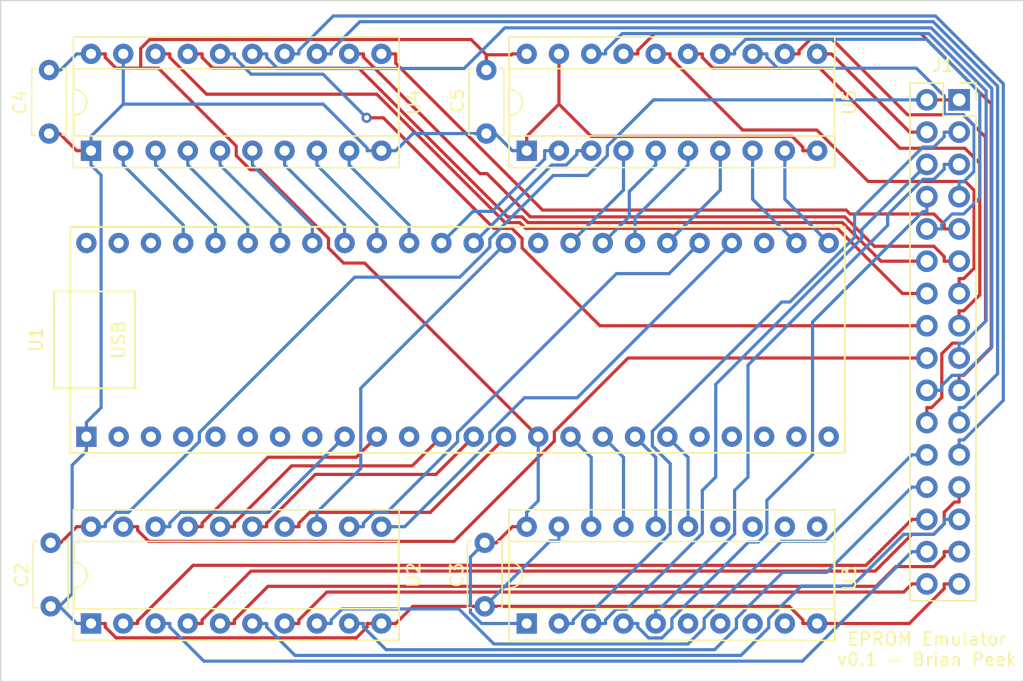
<source format=kicad_pcb>
(kicad_pcb (version 20171130) (host pcbnew "(5.1.12)-1")

  (general
    (thickness 1.6)
    (drawings 5)
    (tracks 517)
    (zones 0)
    (modules 10)
    (nets 61)
  )

  (page A)
  (title_block
    (title "EPROM Emulator")
    (date 2021-12-26)
    (rev 0.1)
    (company "Brian Peek")
  )

  (layers
    (0 F.Cu signal)
    (31 B.Cu signal)
    (32 B.Adhes user)
    (33 F.Adhes user)
    (34 B.Paste user)
    (35 F.Paste user)
    (36 B.SilkS user)
    (37 F.SilkS user)
    (38 B.Mask user)
    (39 F.Mask user)
    (40 Dwgs.User user)
    (41 Cmts.User user)
    (42 Eco1.User user)
    (43 Eco2.User user)
    (44 Edge.Cuts user)
    (45 Margin user)
    (46 B.CrtYd user)
    (47 F.CrtYd user)
    (48 B.Fab user)
    (49 F.Fab user)
  )

  (setup
    (last_trace_width 0.1524)
    (trace_clearance 0.1524)
    (zone_clearance 0.508)
    (zone_45_only no)
    (trace_min 0.1524)
    (via_size 0.6858)
    (via_drill 0.3302)
    (via_min_size 0.508)
    (via_min_drill 0.254)
    (uvia_size 0.6858)
    (uvia_drill 0.3302)
    (uvias_allowed no)
    (uvia_min_size 0.2)
    (uvia_min_drill 0.1)
    (edge_width 0.05)
    (segment_width 0.2)
    (pcb_text_width 0.3)
    (pcb_text_size 1.5 1.5)
    (mod_edge_width 0.12)
    (mod_text_size 1 1)
    (mod_text_width 0.15)
    (pad_size 1.524 1.524)
    (pad_drill 0.762)
    (pad_to_mask_clearance 0.0508)
    (aux_axis_origin 0 0)
    (visible_elements 7FFFFFFF)
    (pcbplotparams
      (layerselection 0x010fc_ffffffff)
      (usegerberextensions false)
      (usegerberattributes true)
      (usegerberadvancedattributes true)
      (creategerberjobfile true)
      (excludeedgelayer true)
      (linewidth 0.100000)
      (plotframeref false)
      (viasonmask false)
      (mode 1)
      (useauxorigin false)
      (hpglpennumber 1)
      (hpglpenspeed 20)
      (hpglpendiameter 15.000000)
      (psnegative false)
      (psa4output false)
      (plotreference true)
      (plotvalue true)
      (plotinvisibletext false)
      (padsonsilk false)
      (subtractmaskfromsilk false)
      (outputformat 1)
      (mirror false)
      (drillshape 1)
      (scaleselection 1)
      (outputdirectory ""))
  )

  (net 0 "")
  (net 1 +5V)
  (net 2 A17_5V)
  (net 3 A14_5V)
  (net 4 A13_5V)
  (net 5 A8_5V)
  (net 6 A9_5V)
  (net 7 A11_5V)
  (net 8 GND)
  (net 9 A10_5V)
  (net 10 D7_5V)
  (net 11 D6_5V)
  (net 12 D5_5V)
  (net 13 D4_5V)
  (net 14 D3_5V)
  (net 15 D2_5V)
  (net 16 D1_5V)
  (net 17 D0_5V)
  (net 18 A0_5V)
  (net 19 A1_5V)
  (net 20 A2_5V)
  (net 21 A3_5V)
  (net 22 A4_5V)
  (net 23 A5_5V)
  (net 24 A6_5V)
  (net 25 A7_5V)
  (net 26 A12_5V)
  (net 27 A15_5V)
  (net 28 A16_5V)
  (net 29 A1_3V3)
  (net 30 A16_3V3)
  (net 31 A17_3V3)
  (net 32 A0_3V3)
  (net 33 +3V3)
  (net 34 D1_3V3)
  (net 35 D6_3V3)
  (net 36 A14_3V3)
  (net 37 A15_3V3)
  (net 38 A6_3V3)
  (net 39 A7_3V3)
  (net 40 D2_3V3)
  (net 41 D0_3V3)
  (net 42 D5_3V3)
  (net 43 D7_3V3)
  (net 44 D4_3V3)
  (net 45 D3_3V3)
  (net 46 A4_3V3)
  (net 47 A5_3V3)
  (net 48 A9_3V3)
  (net 49 A8_3V3)
  (net 50 A3_3V3)
  (net 51 A2_3V3)
  (net 52 A12_3V3)
  (net 53 A13_3V3)
  (net 54 A10_3V3)
  (net 55 A11_3V3)
  (net 56 PGM_5V)
  (net 57 OE_5V)
  (net 58 CE_5V)
  (net 59 PGM_3V3)
  (net 60 CE_3V3)

  (net_class Default "This is the default net class."
    (clearance 0.1524)
    (trace_width 0.1524)
    (via_dia 0.6858)
    (via_drill 0.3302)
    (uvia_dia 0.6858)
    (uvia_drill 0.3302)
    (add_net +3V3)
    (add_net +5V)
    (add_net A0_3V3)
    (add_net A0_5V)
    (add_net A10_3V3)
    (add_net A10_5V)
    (add_net A11_3V3)
    (add_net A11_5V)
    (add_net A12_3V3)
    (add_net A12_5V)
    (add_net A13_3V3)
    (add_net A13_5V)
    (add_net A14_3V3)
    (add_net A14_5V)
    (add_net A15_3V3)
    (add_net A15_5V)
    (add_net A16_3V3)
    (add_net A16_5V)
    (add_net A17_3V3)
    (add_net A17_5V)
    (add_net A1_3V3)
    (add_net A1_5V)
    (add_net A2_3V3)
    (add_net A2_5V)
    (add_net A3_3V3)
    (add_net A3_5V)
    (add_net A4_3V3)
    (add_net A4_5V)
    (add_net A5_3V3)
    (add_net A5_5V)
    (add_net A6_3V3)
    (add_net A6_5V)
    (add_net A7_3V3)
    (add_net A7_5V)
    (add_net A8_3V3)
    (add_net A8_5V)
    (add_net A9_3V3)
    (add_net A9_5V)
    (add_net CE_3V3)
    (add_net CE_5V)
    (add_net D0_3V3)
    (add_net D0_5V)
    (add_net D1_3V3)
    (add_net D1_5V)
    (add_net D2_3V3)
    (add_net D2_5V)
    (add_net D3_3V3)
    (add_net D3_5V)
    (add_net D4_3V3)
    (add_net D4_5V)
    (add_net D5_3V3)
    (add_net D5_5V)
    (add_net D6_3V3)
    (add_net D6_5V)
    (add_net D7_3V3)
    (add_net D7_5V)
    (add_net GND)
    (add_net OE_5V)
    (add_net PGM_3V3)
    (add_net PGM_5V)
  )

  (module Connector_PinHeader_2.54mm:PinHeader_2x16_P2.54mm_Vertical (layer F.Cu) (tedit 61C91CE4) (tstamp 61C53D5D)
    (at 215.646 45.4)
    (descr "Through hole straight pin header, 2x16, 2.54mm pitch, double rows")
    (tags "Through hole pin header THT 2x16 2.54mm double row")
    (path /61A9BE2D)
    (fp_text reference J1 (at 1.27 -2.728) (layer F.SilkS)
      (effects (font (size 1 1) (thickness 0.15)))
    )
    (fp_text value "EPROM Connector" (at 5.842 19.05 90) (layer F.Fab)
      (effects (font (size 1 1) (thickness 0.15)))
    )
    (fp_text user %R (at 1.27 19.05 90) (layer F.Fab)
      (effects (font (size 1 1) (thickness 0.15)))
    )
    (fp_line (start -1.81 -1.8) (end 4.34 -1.8) (layer F.CrtYd) (width 0.05))
    (fp_line (start -1.81 39.9) (end -1.81 -1.8) (layer F.CrtYd) (width 0.05))
    (fp_line (start 4.34 39.9) (end -1.81 39.9) (layer F.CrtYd) (width 0.05))
    (fp_line (start 4.34 -1.8) (end 4.34 39.9) (layer F.CrtYd) (width 0.05))
    (fp_line (start 3.87 -1.33) (end 2.54 -1.33) (layer F.SilkS) (width 0.12))
    (fp_line (start 3.87 0) (end 3.87 -1.33) (layer F.SilkS) (width 0.12))
    (fp_line (start 1.27 -1.33) (end -1.33 -1.33) (layer F.SilkS) (width 0.12))
    (fp_line (start 1.27 1.27) (end 1.27 -1.33) (layer F.SilkS) (width 0.12))
    (fp_line (start 3.87 1.27) (end 1.27 1.27) (layer F.SilkS) (width 0.12))
    (fp_line (start -1.33 -1.33) (end -1.33 39.43) (layer F.SilkS) (width 0.12))
    (fp_line (start 3.87 1.27) (end 3.87 39.43) (layer F.SilkS) (width 0.12))
    (fp_line (start 3.87 39.43) (end -1.33 39.43) (layer F.SilkS) (width 0.12))
    (fp_line (start 3.81 0) (end 2.54 -1.27) (layer F.Fab) (width 0.1))
    (fp_line (start 3.81 39.37) (end 3.81 0) (layer F.Fab) (width 0.1))
    (fp_line (start -1.27 39.37) (end 3.81 39.37) (layer F.Fab) (width 0.1))
    (fp_line (start -1.27 -1.27) (end -1.27 39.37) (layer F.Fab) (width 0.1))
    (fp_line (start 2.54 -1.27) (end -1.27 -1.27) (layer F.Fab) (width 0.1))
    (pad 1 thru_hole rect (at 2.54 0) (size 1.7 1.7) (drill 1) (layers *.Cu *.Mask)
      (net 1 +5V))
    (pad 32 thru_hole oval (at 0 0) (size 1.7 1.7) (drill 1) (layers *.Cu *.Mask)
      (net 1 +5V))
    (pad 2 thru_hole oval (at 2.54 2.54) (size 1.7 1.7) (drill 1) (layers *.Cu *.Mask)
      (net 28 A16_5V))
    (pad 31 thru_hole oval (at 0 2.54) (size 1.7 1.7) (drill 1) (layers *.Cu *.Mask)
      (net 56 PGM_5V))
    (pad 3 thru_hole oval (at 2.54 5.08) (size 1.7 1.7) (drill 1) (layers *.Cu *.Mask)
      (net 27 A15_5V))
    (pad 30 thru_hole oval (at 0 5.08) (size 1.7 1.7) (drill 1) (layers *.Cu *.Mask)
      (net 2 A17_5V))
    (pad 4 thru_hole oval (at 2.54 7.62) (size 1.7 1.7) (drill 1) (layers *.Cu *.Mask)
      (net 26 A12_5V))
    (pad 29 thru_hole oval (at 0 7.62) (size 1.7 1.7) (drill 1) (layers *.Cu *.Mask)
      (net 3 A14_5V))
    (pad 5 thru_hole oval (at 2.54 10.16) (size 1.7 1.7) (drill 1) (layers *.Cu *.Mask)
      (net 25 A7_5V))
    (pad 28 thru_hole oval (at 0 10.16) (size 1.7 1.7) (drill 1) (layers *.Cu *.Mask)
      (net 4 A13_5V))
    (pad 6 thru_hole oval (at 2.54 12.7) (size 1.7 1.7) (drill 1) (layers *.Cu *.Mask)
      (net 24 A6_5V))
    (pad 27 thru_hole oval (at 0 12.7) (size 1.7 1.7) (drill 1) (layers *.Cu *.Mask)
      (net 5 A8_5V))
    (pad 7 thru_hole oval (at 2.54 15.24) (size 1.7 1.7) (drill 1) (layers *.Cu *.Mask)
      (net 23 A5_5V))
    (pad 26 thru_hole oval (at 0 15.24) (size 1.7 1.7) (drill 1) (layers *.Cu *.Mask)
      (net 6 A9_5V))
    (pad 8 thru_hole oval (at 2.54 17.78) (size 1.7 1.7) (drill 1) (layers *.Cu *.Mask)
      (net 22 A4_5V))
    (pad 25 thru_hole oval (at 0 17.78) (size 1.7 1.7) (drill 1) (layers *.Cu *.Mask)
      (net 7 A11_5V))
    (pad 9 thru_hole oval (at 2.54 20.32) (size 1.7 1.7) (drill 1) (layers *.Cu *.Mask)
      (net 21 A3_5V))
    (pad 24 thru_hole oval (at 0 20.32) (size 1.7 1.7) (drill 1) (layers *.Cu *.Mask)
      (net 57 OE_5V))
    (pad 10 thru_hole oval (at 2.54 22.86) (size 1.7 1.7) (drill 1) (layers *.Cu *.Mask)
      (net 20 A2_5V))
    (pad 23 thru_hole oval (at 0 22.86) (size 1.7 1.7) (drill 1) (layers *.Cu *.Mask)
      (net 9 A10_5V))
    (pad 11 thru_hole oval (at 2.54 25.4) (size 1.7 1.7) (drill 1) (layers *.Cu *.Mask)
      (net 19 A1_5V))
    (pad 22 thru_hole oval (at 0 25.4) (size 1.7 1.7) (drill 1) (layers *.Cu *.Mask)
      (net 58 CE_5V))
    (pad 12 thru_hole oval (at 2.54 27.94) (size 1.7 1.7) (drill 1) (layers *.Cu *.Mask)
      (net 18 A0_5V))
    (pad 21 thru_hole oval (at 0 27.94) (size 1.7 1.7) (drill 1) (layers *.Cu *.Mask)
      (net 10 D7_5V))
    (pad 13 thru_hole oval (at 2.54 30.48) (size 1.7 1.7) (drill 1) (layers *.Cu *.Mask)
      (net 17 D0_5V))
    (pad 20 thru_hole oval (at 0 30.48) (size 1.7 1.7) (drill 1) (layers *.Cu *.Mask)
      (net 11 D6_5V))
    (pad 14 thru_hole oval (at 2.54 33.02) (size 1.7 1.7) (drill 1) (layers *.Cu *.Mask)
      (net 16 D1_5V))
    (pad 19 thru_hole oval (at 0 33.02) (size 1.7 1.7) (drill 1) (layers *.Cu *.Mask)
      (net 12 D5_5V))
    (pad 15 thru_hole oval (at 2.54 35.56) (size 1.7 1.7) (drill 1) (layers *.Cu *.Mask)
      (net 15 D2_5V))
    (pad 18 thru_hole oval (at 0 35.56) (size 1.7 1.7) (drill 1) (layers *.Cu *.Mask)
      (net 13 D4_5V))
    (pad 16 thru_hole oval (at 2.54 38.1) (size 1.7 1.7) (drill 1) (layers *.Cu *.Mask)
      (net 8 GND))
    (pad 17 thru_hole oval (at 0 38.1) (size 1.7 1.7) (drill 1) (layers *.Cu *.Mask)
      (net 14 D3_5V))
    (model ${KISYS3DMOD}/Connector_PinHeader_2.54mm.3dshapes/PinHeader_2x16_P2.54mm_Vertical.wrl
      (at (xyz 0 0 0))
      (scale (xyz 1 1 1))
      (rotate (xyz 0 0 0))
    )
  )

  (module teensy:Teensy41 (layer F.Cu) (tedit 61C8ED26) (tstamp 61C16A7F)
    (at 178.71 64.29)
    (path /61A52DD6)
    (fp_text reference U1 (at -33.168 -0.028 270) (layer F.SilkS)
      (effects (font (size 1 1) (thickness 0.15)))
    )
    (fp_text value Teensy4.1 (at 0 10.16) (layer F.Fab)
      (effects (font (size 1 1) (thickness 0.15)))
    )
    (fp_line (start -30.48 3.81) (end -31.75 3.81) (layer F.SilkS) (width 0.15))
    (fp_line (start -31.75 3.81) (end -31.75 -3.81) (layer F.SilkS) (width 0.15))
    (fp_line (start -31.75 -3.81) (end -30.48 -3.81) (layer F.SilkS) (width 0.15))
    (fp_line (start -25.4 3.81) (end -25.4 -3.81) (layer F.SilkS) (width 0.15))
    (fp_line (start -25.4 -3.81) (end -30.48 -3.81) (layer F.SilkS) (width 0.15))
    (fp_line (start -25.4 3.81) (end -30.48 3.81) (layer F.SilkS) (width 0.15))
    (fp_line (start -30.48 -8.89) (end 30.48 -8.89) (layer F.SilkS) (width 0.15))
    (fp_line (start 30.48 -8.89) (end 30.48 8.89) (layer F.SilkS) (width 0.15))
    (fp_line (start 30.48 8.89) (end -30.48 8.89) (layer F.SilkS) (width 0.15))
    (fp_line (start -30.48 8.89) (end -30.48 -8.89) (layer F.SilkS) (width 0.15))
    (fp_text user USB (at -26.67 0 270) (layer F.SilkS)
      (effects (font (size 1 1) (thickness 0.15)))
    )
    (pad 17 thru_hole circle (at 11.43 7.62) (size 1.6 1.6) (drill 0.8) (layers *.Cu *.Mask)
      (net 31 A17_3V3))
    (pad 18 thru_hole circle (at 13.97 7.62) (size 1.6 1.6) (drill 0.8) (layers *.Cu *.Mask)
      (net 36 A14_3V3))
    (pad 19 thru_hole circle (at 16.51 7.62) (size 1.6 1.6) (drill 0.8) (layers *.Cu *.Mask)
      (net 37 A15_3V3))
    (pad 20 thru_hole circle (at 19.05 7.62) (size 1.6 1.6) (drill 0.8) (layers *.Cu *.Mask))
    (pad 16 thru_hole circle (at 8.89 7.62) (size 1.6 1.6) (drill 0.8) (layers *.Cu *.Mask)
      (net 30 A16_3V3))
    (pad 15 thru_hole circle (at 6.35 7.62) (size 1.6 1.6) (drill 0.8) (layers *.Cu *.Mask)
      (net 33 +3V3))
    (pad 14 thru_hole circle (at 3.81 7.62) (size 1.6 1.6) (drill 0.8) (layers *.Cu *.Mask)
      (net 34 D1_3V3))
    (pad 21 thru_hole circle (at 21.59 7.62) (size 1.6 1.6) (drill 0.8) (layers *.Cu *.Mask))
    (pad 22 thru_hole circle (at 24.13 7.62) (size 1.6 1.6) (drill 0.8) (layers *.Cu *.Mask))
    (pad 23 thru_hole circle (at 26.67 7.62) (size 1.6 1.6) (drill 0.8) (layers *.Cu *.Mask))
    (pad 24 thru_hole circle (at 29.21 7.62) (size 1.6 1.6) (drill 0.8) (layers *.Cu *.Mask))
    (pad 25 thru_hole circle (at 29.21 -7.62) (size 1.6 1.6) (drill 0.8) (layers *.Cu *.Mask)
      (net 59 PGM_3V3))
    (pad 26 thru_hole circle (at 26.67 -7.62) (size 1.6 1.6) (drill 0.8) (layers *.Cu *.Mask)
      (net 60 CE_3V3))
    (pad 27 thru_hole circle (at 24.13 -7.62) (size 1.6 1.6) (drill 0.8) (layers *.Cu *.Mask))
    (pad 28 thru_hole circle (at 21.59 -7.62) (size 1.6 1.6) (drill 0.8) (layers *.Cu *.Mask)
      (net 35 D6_3V3))
    (pad 29 thru_hole circle (at 19.05 -7.62) (size 1.6 1.6) (drill 0.8) (layers *.Cu *.Mask)
      (net 43 D7_3V3))
    (pad 30 thru_hole circle (at 16.51 -7.62) (size 1.6 1.6) (drill 0.8) (layers *.Cu *.Mask)
      (net 52 A12_3V3))
    (pad 31 thru_hole circle (at 13.97 -7.62) (size 1.6 1.6) (drill 0.8) (layers *.Cu *.Mask)
      (net 53 A13_3V3))
    (pad 32 thru_hole circle (at 11.43 -7.62) (size 1.6 1.6) (drill 0.8) (layers *.Cu *.Mask)
      (net 46 A4_3V3))
    (pad 33 thru_hole circle (at 8.89 -7.62) (size 1.6 1.6) (drill 0.8) (layers *.Cu *.Mask)
      (net 47 A5_3V3))
    (pad 34 thru_hole circle (at 6.35 -7.62) (size 1.6 1.6) (drill 0.8) (layers *.Cu *.Mask))
    (pad 13 thru_hole circle (at 1.27 7.62) (size 1.6 1.6) (drill 0.8) (layers *.Cu *.Mask)
      (net 40 D2_3V3))
    (pad 12 thru_hole circle (at -1.27 7.62) (size 1.6 1.6) (drill 0.8) (layers *.Cu *.Mask)
      (net 41 D0_3V3))
    (pad 11 thru_hole circle (at -3.81 7.62) (size 1.6 1.6) (drill 0.8) (layers *.Cu *.Mask))
    (pad 10 thru_hole circle (at -6.35 7.62) (size 1.6 1.6) (drill 0.8) (layers *.Cu *.Mask)
      (net 44 D4_3V3))
    (pad 9 thru_hole circle (at -8.89 7.62) (size 1.6 1.6) (drill 0.8) (layers *.Cu *.Mask)
      (net 42 D5_3V3))
    (pad 8 thru_hole circle (at -11.43 7.62) (size 1.6 1.6) (drill 0.8) (layers *.Cu *.Mask))
    (pad 7 thru_hole circle (at -13.97 7.62) (size 1.6 1.6) (drill 0.8) (layers *.Cu *.Mask))
    (pad 6 thru_hole circle (at -16.51 7.62) (size 1.6 1.6) (drill 0.8) (layers *.Cu *.Mask))
    (pad 5 thru_hole circle (at -19.05 7.62) (size 1.6 1.6) (drill 0.8) (layers *.Cu *.Mask))
    (pad 4 thru_hole circle (at -21.59 7.62) (size 1.6 1.6) (drill 0.8) (layers *.Cu *.Mask))
    (pad 3 thru_hole circle (at -24.13 7.62) (size 1.6 1.6) (drill 0.8) (layers *.Cu *.Mask))
    (pad 2 thru_hole circle (at -26.67 7.62) (size 1.6 1.6) (drill 0.8) (layers *.Cu *.Mask))
    (pad 1 thru_hole rect (at -29.21 7.62) (size 1.6 1.6) (drill 0.8) (layers *.Cu *.Mask)
      (net 8 GND))
    (pad 35 thru_hole circle (at 3.81 -7.62) (size 1.6 1.6) (drill 0.8) (layers *.Cu *.Mask)
      (net 45 D3_3V3))
    (pad 36 thru_hole circle (at 1.27 -7.62) (size 1.6 1.6) (drill 0.8) (layers *.Cu *.Mask)
      (net 51 A2_3V3))
    (pad 37 thru_hole circle (at -1.27 -7.62) (size 1.6 1.6) (drill 0.8) (layers *.Cu *.Mask)
      (net 50 A3_3V3))
    (pad 38 thru_hole circle (at -3.81 -7.62) (size 1.6 1.6) (drill 0.8) (layers *.Cu *.Mask)
      (net 39 A7_3V3))
    (pad 39 thru_hole circle (at -6.35 -7.62) (size 1.6 1.6) (drill 0.8) (layers *.Cu *.Mask)
      (net 38 A6_3V3))
    (pad 40 thru_hole circle (at -8.89 -7.62) (size 1.6 1.6) (drill 0.8) (layers *.Cu *.Mask)
      (net 29 A1_3V3))
    (pad 41 thru_hole circle (at -11.43 -7.62) (size 1.6 1.6) (drill 0.8) (layers *.Cu *.Mask)
      (net 32 A0_3V3))
    (pad 42 thru_hole circle (at -13.97 -7.62) (size 1.6 1.6) (drill 0.8) (layers *.Cu *.Mask)
      (net 54 A10_3V3))
    (pad 43 thru_hole circle (at -16.51 -7.62) (size 1.6 1.6) (drill 0.8) (layers *.Cu *.Mask)
      (net 55 A11_3V3))
    (pad 44 thru_hole circle (at -19.05 -7.62) (size 1.6 1.6) (drill 0.8) (layers *.Cu *.Mask)
      (net 49 A8_3V3))
    (pad 45 thru_hole circle (at -21.59 -7.62) (size 1.6 1.6) (drill 0.8) (layers *.Cu *.Mask)
      (net 48 A9_3V3))
    (pad 46 thru_hole circle (at -24.13 -7.62) (size 1.6 1.6) (drill 0.8) (layers *.Cu *.Mask))
    (pad 47 thru_hole circle (at -26.67 -7.62) (size 1.6 1.6) (drill 0.8) (layers *.Cu *.Mask))
    (pad 48 thru_hole circle (at -29.21 -7.62) (size 1.6 1.6) (drill 0.8) (layers *.Cu *.Mask))
    (model ${KICAD_USER_DIR}/teensy.pretty/Teensy_4.1_Assembly.STEP
      (offset (xyz 0 0 0.762))
      (scale (xyz 1 1 1))
      (rotate (xyz 0 0 0))
    )
    (model ${KISYS3DMOD}/Connector_PinSocket_2.54mm.3dshapes/PinSocket_1x24_P2.54mm_Vertical.wrl
      (offset (xyz 29.21 7.62 0))
      (scale (xyz 1 1 1))
      (rotate (xyz 0 0 90))
    )
    (model ${KISYS3DMOD}/Connector_PinSocket_2.54mm.3dshapes/PinSocket_1x24_P2.54mm_Vertical.wrl
      (offset (xyz 29.21 -7.62 0))
      (scale (xyz 1 1 1))
      (rotate (xyz 0 0 90))
    )
  )

  (module Package_DIP:DIP-20_W7.62mm_Socket (layer F.Cu) (tedit 5A02E8C5) (tstamp 61C54433)
    (at 184.15 49.403 90)
    (descr "20-lead though-hole mounted DIP package, row spacing 7.62 mm (300 mils), Socket")
    (tags "THT DIP DIL PDIP 2.54mm 7.62mm 300mil Socket")
    (path /61C0D6BD)
    (fp_text reference U5 (at 3.81 25.4 90) (layer F.SilkS)
      (effects (font (size 1 1) (thickness 0.15)))
    )
    (fp_text value 74HC245 (at 10.033 11.43) (layer F.Fab)
      (effects (font (size 1 1) (thickness 0.15)))
    )
    (fp_text user %R (at 3.81 11.43 90) (layer F.Fab)
      (effects (font (size 1 1) (thickness 0.15)))
    )
    (fp_arc (start 3.81 -1.33) (end 2.81 -1.33) (angle -180) (layer F.SilkS) (width 0.12))
    (fp_line (start 1.635 -1.27) (end 6.985 -1.27) (layer F.Fab) (width 0.1))
    (fp_line (start 6.985 -1.27) (end 6.985 24.13) (layer F.Fab) (width 0.1))
    (fp_line (start 6.985 24.13) (end 0.635 24.13) (layer F.Fab) (width 0.1))
    (fp_line (start 0.635 24.13) (end 0.635 -0.27) (layer F.Fab) (width 0.1))
    (fp_line (start 0.635 -0.27) (end 1.635 -1.27) (layer F.Fab) (width 0.1))
    (fp_line (start -1.27 -1.33) (end -1.27 24.19) (layer F.Fab) (width 0.1))
    (fp_line (start -1.27 24.19) (end 8.89 24.19) (layer F.Fab) (width 0.1))
    (fp_line (start 8.89 24.19) (end 8.89 -1.33) (layer F.Fab) (width 0.1))
    (fp_line (start 8.89 -1.33) (end -1.27 -1.33) (layer F.Fab) (width 0.1))
    (fp_line (start 2.81 -1.33) (end 1.16 -1.33) (layer F.SilkS) (width 0.12))
    (fp_line (start 1.16 -1.33) (end 1.16 24.19) (layer F.SilkS) (width 0.12))
    (fp_line (start 1.16 24.19) (end 6.46 24.19) (layer F.SilkS) (width 0.12))
    (fp_line (start 6.46 24.19) (end 6.46 -1.33) (layer F.SilkS) (width 0.12))
    (fp_line (start 6.46 -1.33) (end 4.81 -1.33) (layer F.SilkS) (width 0.12))
    (fp_line (start -1.33 -1.39) (end -1.33 24.25) (layer F.SilkS) (width 0.12))
    (fp_line (start -1.33 24.25) (end 8.95 24.25) (layer F.SilkS) (width 0.12))
    (fp_line (start 8.95 24.25) (end 8.95 -1.39) (layer F.SilkS) (width 0.12))
    (fp_line (start 8.95 -1.39) (end -1.33 -1.39) (layer F.SilkS) (width 0.12))
    (fp_line (start -1.55 -1.6) (end -1.55 24.45) (layer F.CrtYd) (width 0.05))
    (fp_line (start -1.55 24.45) (end 9.15 24.45) (layer F.CrtYd) (width 0.05))
    (fp_line (start 9.15 24.45) (end 9.15 -1.6) (layer F.CrtYd) (width 0.05))
    (fp_line (start 9.15 -1.6) (end -1.55 -1.6) (layer F.CrtYd) (width 0.05))
    (pad 20 thru_hole oval (at 7.62 0 90) (size 1.6 1.6) (drill 0.8) (layers *.Cu *.Mask)
      (net 33 +3V3))
    (pad 10 thru_hole oval (at 0 22.86 90) (size 1.6 1.6) (drill 0.8) (layers *.Cu *.Mask)
      (net 8 GND))
    (pad 19 thru_hole oval (at 7.62 2.54 90) (size 1.6 1.6) (drill 0.8) (layers *.Cu *.Mask)
      (net 8 GND))
    (pad 9 thru_hole oval (at 0 20.32 90) (size 1.6 1.6) (drill 0.8) (layers *.Cu *.Mask)
      (net 59 PGM_3V3))
    (pad 18 thru_hole oval (at 7.62 5.08 90) (size 1.6 1.6) (drill 0.8) (layers *.Cu *.Mask)
      (net 21 A3_5V))
    (pad 8 thru_hole oval (at 0 17.78 90) (size 1.6 1.6) (drill 0.8) (layers *.Cu *.Mask)
      (net 60 CE_3V3))
    (pad 17 thru_hole oval (at 7.62 7.62 90) (size 1.6 1.6) (drill 0.8) (layers *.Cu *.Mask)
      (net 20 A2_5V))
    (pad 7 thru_hole oval (at 0 15.24 90) (size 1.6 1.6) (drill 0.8) (layers *.Cu *.Mask)
      (net 52 A12_3V3))
    (pad 16 thru_hole oval (at 7.62 10.16 90) (size 1.6 1.6) (drill 0.8) (layers *.Cu *.Mask)
      (net 23 A5_5V))
    (pad 6 thru_hole oval (at 0 12.7 90) (size 1.6 1.6) (drill 0.8) (layers *.Cu *.Mask)
      (net 53 A13_3V3))
    (pad 15 thru_hole oval (at 7.62 12.7 90) (size 1.6 1.6) (drill 0.8) (layers *.Cu *.Mask)
      (net 22 A4_5V))
    (pad 5 thru_hole oval (at 0 10.16 90) (size 1.6 1.6) (drill 0.8) (layers *.Cu *.Mask)
      (net 46 A4_3V3))
    (pad 14 thru_hole oval (at 7.62 15.24 90) (size 1.6 1.6) (drill 0.8) (layers *.Cu *.Mask)
      (net 4 A13_5V))
    (pad 4 thru_hole oval (at 0 7.62 90) (size 1.6 1.6) (drill 0.8) (layers *.Cu *.Mask)
      (net 47 A5_3V3))
    (pad 13 thru_hole oval (at 7.62 17.78 90) (size 1.6 1.6) (drill 0.8) (layers *.Cu *.Mask)
      (net 26 A12_5V))
    (pad 3 thru_hole oval (at 0 5.08 90) (size 1.6 1.6) (drill 0.8) (layers *.Cu *.Mask)
      (net 51 A2_3V3))
    (pad 12 thru_hole oval (at 7.62 20.32 90) (size 1.6 1.6) (drill 0.8) (layers *.Cu *.Mask)
      (net 58 CE_5V))
    (pad 2 thru_hole oval (at 0 2.54 90) (size 1.6 1.6) (drill 0.8) (layers *.Cu *.Mask)
      (net 50 A3_3V3))
    (pad 11 thru_hole oval (at 7.62 22.86 90) (size 1.6 1.6) (drill 0.8) (layers *.Cu *.Mask)
      (net 56 PGM_5V))
    (pad 1 thru_hole rect (at 0 0 90) (size 1.6 1.6) (drill 0.8) (layers *.Cu *.Mask)
      (net 8 GND))
    (model ${KISYS3DMOD}/Package_DIP.3dshapes/DIP-20_W7.62mm.wrl
      (at (xyz 0 0 0))
      (scale (xyz 1 1 1))
      (rotate (xyz 0 0 0))
    )
  )

  (module Package_DIP:DIP-20_W7.62mm_Socket (layer F.Cu) (tedit 5A02E8C5) (tstamp 61C53E55)
    (at 149.86 49.403 90)
    (descr "20-lead though-hole mounted DIP package, row spacing 7.62 mm (300 mils), Socket")
    (tags "THT DIP DIL PDIP 2.54mm 7.62mm 300mil Socket")
    (path /61C0A79A)
    (fp_text reference U4 (at 3.81 25.4 90) (layer F.SilkS)
      (effects (font (size 1 1) (thickness 0.15)))
    )
    (fp_text value 74HC245 (at 10.033 11.176) (layer F.Fab)
      (effects (font (size 1 1) (thickness 0.15)))
    )
    (fp_text user %R (at 3.81 11.43 90) (layer F.Fab)
      (effects (font (size 1 1) (thickness 0.15)))
    )
    (fp_arc (start 3.81 -1.33) (end 2.81 -1.33) (angle -180) (layer F.SilkS) (width 0.12))
    (fp_line (start 1.635 -1.27) (end 6.985 -1.27) (layer F.Fab) (width 0.1))
    (fp_line (start 6.985 -1.27) (end 6.985 24.13) (layer F.Fab) (width 0.1))
    (fp_line (start 6.985 24.13) (end 0.635 24.13) (layer F.Fab) (width 0.1))
    (fp_line (start 0.635 24.13) (end 0.635 -0.27) (layer F.Fab) (width 0.1))
    (fp_line (start 0.635 -0.27) (end 1.635 -1.27) (layer F.Fab) (width 0.1))
    (fp_line (start -1.27 -1.33) (end -1.27 24.19) (layer F.Fab) (width 0.1))
    (fp_line (start -1.27 24.19) (end 8.89 24.19) (layer F.Fab) (width 0.1))
    (fp_line (start 8.89 24.19) (end 8.89 -1.33) (layer F.Fab) (width 0.1))
    (fp_line (start 8.89 -1.33) (end -1.27 -1.33) (layer F.Fab) (width 0.1))
    (fp_line (start 2.81 -1.33) (end 1.16 -1.33) (layer F.SilkS) (width 0.12))
    (fp_line (start 1.16 -1.33) (end 1.16 24.19) (layer F.SilkS) (width 0.12))
    (fp_line (start 1.16 24.19) (end 6.46 24.19) (layer F.SilkS) (width 0.12))
    (fp_line (start 6.46 24.19) (end 6.46 -1.33) (layer F.SilkS) (width 0.12))
    (fp_line (start 6.46 -1.33) (end 4.81 -1.33) (layer F.SilkS) (width 0.12))
    (fp_line (start -1.33 -1.39) (end -1.33 24.25) (layer F.SilkS) (width 0.12))
    (fp_line (start -1.33 24.25) (end 8.95 24.25) (layer F.SilkS) (width 0.12))
    (fp_line (start 8.95 24.25) (end 8.95 -1.39) (layer F.SilkS) (width 0.12))
    (fp_line (start 8.95 -1.39) (end -1.33 -1.39) (layer F.SilkS) (width 0.12))
    (fp_line (start -1.55 -1.6) (end -1.55 24.45) (layer F.CrtYd) (width 0.05))
    (fp_line (start -1.55 24.45) (end 9.15 24.45) (layer F.CrtYd) (width 0.05))
    (fp_line (start 9.15 24.45) (end 9.15 -1.6) (layer F.CrtYd) (width 0.05))
    (fp_line (start 9.15 -1.6) (end -1.55 -1.6) (layer F.CrtYd) (width 0.05))
    (pad 20 thru_hole oval (at 7.62 0 90) (size 1.6 1.6) (drill 0.8) (layers *.Cu *.Mask)
      (net 33 +3V3))
    (pad 10 thru_hole oval (at 0 22.86 90) (size 1.6 1.6) (drill 0.8) (layers *.Cu *.Mask)
      (net 8 GND))
    (pad 19 thru_hole oval (at 7.62 2.54 90) (size 1.6 1.6) (drill 0.8) (layers *.Cu *.Mask)
      (net 8 GND))
    (pad 9 thru_hole oval (at 0 20.32 90) (size 1.6 1.6) (drill 0.8) (layers *.Cu *.Mask)
      (net 39 A7_3V3))
    (pad 18 thru_hole oval (at 7.62 5.08 90) (size 1.6 1.6) (drill 0.8) (layers *.Cu *.Mask)
      (net 6 A9_5V))
    (pad 8 thru_hole oval (at 0 17.78 90) (size 1.6 1.6) (drill 0.8) (layers *.Cu *.Mask)
      (net 38 A6_3V3))
    (pad 17 thru_hole oval (at 7.62 7.62 90) (size 1.6 1.6) (drill 0.8) (layers *.Cu *.Mask)
      (net 5 A8_5V))
    (pad 7 thru_hole oval (at 0 15.24 90) (size 1.6 1.6) (drill 0.8) (layers *.Cu *.Mask)
      (net 29 A1_3V3))
    (pad 16 thru_hole oval (at 7.62 10.16 90) (size 1.6 1.6) (drill 0.8) (layers *.Cu *.Mask)
      (net 7 A11_5V))
    (pad 6 thru_hole oval (at 0 12.7 90) (size 1.6 1.6) (drill 0.8) (layers *.Cu *.Mask)
      (net 32 A0_3V3))
    (pad 15 thru_hole oval (at 7.62 12.7 90) (size 1.6 1.6) (drill 0.8) (layers *.Cu *.Mask)
      (net 9 A10_5V))
    (pad 5 thru_hole oval (at 0 10.16 90) (size 1.6 1.6) (drill 0.8) (layers *.Cu *.Mask)
      (net 54 A10_3V3))
    (pad 14 thru_hole oval (at 7.62 15.24 90) (size 1.6 1.6) (drill 0.8) (layers *.Cu *.Mask)
      (net 18 A0_5V))
    (pad 4 thru_hole oval (at 0 7.62 90) (size 1.6 1.6) (drill 0.8) (layers *.Cu *.Mask)
      (net 55 A11_3V3))
    (pad 13 thru_hole oval (at 7.62 17.78 90) (size 1.6 1.6) (drill 0.8) (layers *.Cu *.Mask)
      (net 19 A1_5V))
    (pad 3 thru_hole oval (at 0 5.08 90) (size 1.6 1.6) (drill 0.8) (layers *.Cu *.Mask)
      (net 49 A8_3V3))
    (pad 12 thru_hole oval (at 7.62 20.32 90) (size 1.6 1.6) (drill 0.8) (layers *.Cu *.Mask)
      (net 24 A6_5V))
    (pad 2 thru_hole oval (at 0 2.54 90) (size 1.6 1.6) (drill 0.8) (layers *.Cu *.Mask)
      (net 48 A9_3V3))
    (pad 11 thru_hole oval (at 7.62 22.86 90) (size 1.6 1.6) (drill 0.8) (layers *.Cu *.Mask)
      (net 25 A7_5V))
    (pad 1 thru_hole rect (at 0 0 90) (size 1.6 1.6) (drill 0.8) (layers *.Cu *.Mask)
      (net 8 GND))
    (model ${KISYS3DMOD}/Package_DIP.3dshapes/DIP-20_W7.62mm.wrl
      (at (xyz 0 0 0))
      (scale (xyz 1 1 1))
      (rotate (xyz 0 0 0))
    )
  )

  (module Package_DIP:DIP-20_W7.62mm_Socket (layer F.Cu) (tedit 5A02E8C5) (tstamp 61C4F4BB)
    (at 184.15 86.614 90)
    (descr "20-lead though-hole mounted DIP package, row spacing 7.62 mm (300 mils), Socket")
    (tags "THT DIP DIL PDIP 2.54mm 7.62mm 300mil Socket")
    (path /61C044A4)
    (fp_text reference U3 (at 3.556 25.4 90) (layer F.SilkS)
      (effects (font (size 1 1) (thickness 0.15)))
    )
    (fp_text value 74HC245 (at -2.54 11.43 180) (layer F.Fab)
      (effects (font (size 1 1) (thickness 0.15)))
    )
    (fp_line (start 9.15 -1.6) (end -1.55 -1.6) (layer F.CrtYd) (width 0.05))
    (fp_line (start 9.15 24.45) (end 9.15 -1.6) (layer F.CrtYd) (width 0.05))
    (fp_line (start -1.55 24.45) (end 9.15 24.45) (layer F.CrtYd) (width 0.05))
    (fp_line (start -1.55 -1.6) (end -1.55 24.45) (layer F.CrtYd) (width 0.05))
    (fp_line (start 8.95 -1.39) (end -1.33 -1.39) (layer F.SilkS) (width 0.12))
    (fp_line (start 8.95 24.25) (end 8.95 -1.39) (layer F.SilkS) (width 0.12))
    (fp_line (start -1.33 24.25) (end 8.95 24.25) (layer F.SilkS) (width 0.12))
    (fp_line (start -1.33 -1.39) (end -1.33 24.25) (layer F.SilkS) (width 0.12))
    (fp_line (start 6.46 -1.33) (end 4.81 -1.33) (layer F.SilkS) (width 0.12))
    (fp_line (start 6.46 24.19) (end 6.46 -1.33) (layer F.SilkS) (width 0.12))
    (fp_line (start 1.16 24.19) (end 6.46 24.19) (layer F.SilkS) (width 0.12))
    (fp_line (start 1.16 -1.33) (end 1.16 24.19) (layer F.SilkS) (width 0.12))
    (fp_line (start 2.81 -1.33) (end 1.16 -1.33) (layer F.SilkS) (width 0.12))
    (fp_line (start 8.89 -1.33) (end -1.27 -1.33) (layer F.Fab) (width 0.1))
    (fp_line (start 8.89 24.19) (end 8.89 -1.33) (layer F.Fab) (width 0.1))
    (fp_line (start -1.27 24.19) (end 8.89 24.19) (layer F.Fab) (width 0.1))
    (fp_line (start -1.27 -1.33) (end -1.27 24.19) (layer F.Fab) (width 0.1))
    (fp_line (start 0.635 -0.27) (end 1.635 -1.27) (layer F.Fab) (width 0.1))
    (fp_line (start 0.635 24.13) (end 0.635 -0.27) (layer F.Fab) (width 0.1))
    (fp_line (start 6.985 24.13) (end 0.635 24.13) (layer F.Fab) (width 0.1))
    (fp_line (start 6.985 -1.27) (end 6.985 24.13) (layer F.Fab) (width 0.1))
    (fp_line (start 1.635 -1.27) (end 6.985 -1.27) (layer F.Fab) (width 0.1))
    (fp_arc (start 3.81 -1.33) (end 2.81 -1.33) (angle -180) (layer F.SilkS) (width 0.12))
    (fp_text user %R (at 3.81 11.43 90) (layer F.Fab)
      (effects (font (size 1 1) (thickness 0.15)))
    )
    (pad 1 thru_hole rect (at 0 0 90) (size 1.6 1.6) (drill 0.8) (layers *.Cu *.Mask)
      (net 33 +3V3))
    (pad 11 thru_hole oval (at 7.62 22.86 90) (size 1.6 1.6) (drill 0.8) (layers *.Cu *.Mask))
    (pad 2 thru_hole oval (at 0 2.54 90) (size 1.6 1.6) (drill 0.8) (layers *.Cu *.Mask)
      (net 28 A16_5V))
    (pad 12 thru_hole oval (at 7.62 20.32 90) (size 1.6 1.6) (drill 0.8) (layers *.Cu *.Mask))
    (pad 3 thru_hole oval (at 0 5.08 90) (size 1.6 1.6) (drill 0.8) (layers *.Cu *.Mask)
      (net 2 A17_5V))
    (pad 13 thru_hole oval (at 7.62 17.78 90) (size 1.6 1.6) (drill 0.8) (layers *.Cu *.Mask))
    (pad 4 thru_hole oval (at 0 7.62 90) (size 1.6 1.6) (drill 0.8) (layers *.Cu *.Mask)
      (net 3 A14_5V))
    (pad 14 thru_hole oval (at 7.62 15.24 90) (size 1.6 1.6) (drill 0.8) (layers *.Cu *.Mask))
    (pad 5 thru_hole oval (at 0 10.16 90) (size 1.6 1.6) (drill 0.8) (layers *.Cu *.Mask)
      (net 27 A15_5V))
    (pad 15 thru_hole oval (at 7.62 12.7 90) (size 1.6 1.6) (drill 0.8) (layers *.Cu *.Mask)
      (net 37 A15_3V3))
    (pad 6 thru_hole oval (at 0 12.7 90) (size 1.6 1.6) (drill 0.8) (layers *.Cu *.Mask))
    (pad 16 thru_hole oval (at 7.62 10.16 90) (size 1.6 1.6) (drill 0.8) (layers *.Cu *.Mask)
      (net 36 A14_3V3))
    (pad 7 thru_hole oval (at 0 15.24 90) (size 1.6 1.6) (drill 0.8) (layers *.Cu *.Mask))
    (pad 17 thru_hole oval (at 7.62 7.62 90) (size 1.6 1.6) (drill 0.8) (layers *.Cu *.Mask)
      (net 31 A17_3V3))
    (pad 8 thru_hole oval (at 0 17.78 90) (size 1.6 1.6) (drill 0.8) (layers *.Cu *.Mask))
    (pad 18 thru_hole oval (at 7.62 5.08 90) (size 1.6 1.6) (drill 0.8) (layers *.Cu *.Mask)
      (net 30 A16_3V3))
    (pad 9 thru_hole oval (at 0 20.32 90) (size 1.6 1.6) (drill 0.8) (layers *.Cu *.Mask))
    (pad 19 thru_hole oval (at 7.62 2.54 90) (size 1.6 1.6) (drill 0.8) (layers *.Cu *.Mask)
      (net 8 GND))
    (pad 10 thru_hole oval (at 0 22.86 90) (size 1.6 1.6) (drill 0.8) (layers *.Cu *.Mask)
      (net 8 GND))
    (pad 20 thru_hole oval (at 7.62 0 90) (size 1.6 1.6) (drill 0.8) (layers *.Cu *.Mask)
      (net 33 +3V3))
    (model ${KISYS3DMOD}/Package_DIP.3dshapes/DIP-20_W7.62mm.wrl
      (at (xyz 0 0 0))
      (scale (xyz 1 1 1))
      (rotate (xyz 0 0 0))
    )
  )

  (module Package_DIP:DIP-20_W7.62mm_Socket (layer F.Cu) (tedit 5A02E8C5) (tstamp 61C9CC1C)
    (at 149.86 86.614 90)
    (descr "20-lead though-hole mounted DIP package, row spacing 7.62 mm (300 mils), Socket")
    (tags "THT DIP DIL PDIP 2.54mm 7.62mm 300mil Socket")
    (path /61BFF42A)
    (fp_text reference U2 (at 3.81 25.4 90) (layer F.SilkS)
      (effects (font (size 1 1) (thickness 0.15)))
    )
    (fp_text value 74HC245 (at -2.54 11.176 180) (layer F.Fab)
      (effects (font (size 1 1) (thickness 0.15)))
    )
    (fp_text user %R (at 3.81 11.43 90) (layer F.Fab)
      (effects (font (size 1 1) (thickness 0.15)))
    )
    (fp_arc (start 3.81 -1.33) (end 2.81 -1.33) (angle -180) (layer F.SilkS) (width 0.12))
    (fp_line (start 1.635 -1.27) (end 6.985 -1.27) (layer F.Fab) (width 0.1))
    (fp_line (start 6.985 -1.27) (end 6.985 24.13) (layer F.Fab) (width 0.1))
    (fp_line (start 6.985 24.13) (end 0.635 24.13) (layer F.Fab) (width 0.1))
    (fp_line (start 0.635 24.13) (end 0.635 -0.27) (layer F.Fab) (width 0.1))
    (fp_line (start 0.635 -0.27) (end 1.635 -1.27) (layer F.Fab) (width 0.1))
    (fp_line (start -1.27 -1.33) (end -1.27 24.19) (layer F.Fab) (width 0.1))
    (fp_line (start -1.27 24.19) (end 8.89 24.19) (layer F.Fab) (width 0.1))
    (fp_line (start 8.89 24.19) (end 8.89 -1.33) (layer F.Fab) (width 0.1))
    (fp_line (start 8.89 -1.33) (end -1.27 -1.33) (layer F.Fab) (width 0.1))
    (fp_line (start 2.81 -1.33) (end 1.16 -1.33) (layer F.SilkS) (width 0.12))
    (fp_line (start 1.16 -1.33) (end 1.16 24.19) (layer F.SilkS) (width 0.12))
    (fp_line (start 1.16 24.19) (end 6.46 24.19) (layer F.SilkS) (width 0.12))
    (fp_line (start 6.46 24.19) (end 6.46 -1.33) (layer F.SilkS) (width 0.12))
    (fp_line (start 6.46 -1.33) (end 4.81 -1.33) (layer F.SilkS) (width 0.12))
    (fp_line (start -1.33 -1.39) (end -1.33 24.25) (layer F.SilkS) (width 0.12))
    (fp_line (start -1.33 24.25) (end 8.95 24.25) (layer F.SilkS) (width 0.12))
    (fp_line (start 8.95 24.25) (end 8.95 -1.39) (layer F.SilkS) (width 0.12))
    (fp_line (start 8.95 -1.39) (end -1.33 -1.39) (layer F.SilkS) (width 0.12))
    (fp_line (start -1.55 -1.6) (end -1.55 24.45) (layer F.CrtYd) (width 0.05))
    (fp_line (start -1.55 24.45) (end 9.15 24.45) (layer F.CrtYd) (width 0.05))
    (fp_line (start 9.15 24.45) (end 9.15 -1.6) (layer F.CrtYd) (width 0.05))
    (fp_line (start 9.15 -1.6) (end -1.55 -1.6) (layer F.CrtYd) (width 0.05))
    (pad 20 thru_hole oval (at 7.62 0 90) (size 1.6 1.6) (drill 0.8) (layers *.Cu *.Mask)
      (net 1 +5V))
    (pad 10 thru_hole oval (at 0 22.86 90) (size 1.6 1.6) (drill 0.8) (layers *.Cu *.Mask)
      (net 8 GND))
    (pad 19 thru_hole oval (at 7.62 2.54 90) (size 1.6 1.6) (drill 0.8) (layers *.Cu *.Mask)
      (net 57 OE_5V))
    (pad 9 thru_hole oval (at 0 20.32 90) (size 1.6 1.6) (drill 0.8) (layers *.Cu *.Mask)
      (net 11 D6_5V))
    (pad 18 thru_hole oval (at 7.62 5.08 90) (size 1.6 1.6) (drill 0.8) (layers *.Cu *.Mask)
      (net 42 D5_3V3))
    (pad 8 thru_hole oval (at 0 17.78 90) (size 1.6 1.6) (drill 0.8) (layers *.Cu *.Mask)
      (net 10 D7_5V))
    (pad 17 thru_hole oval (at 7.62 7.62 90) (size 1.6 1.6) (drill 0.8) (layers *.Cu *.Mask)
      (net 44 D4_3V3))
    (pad 7 thru_hole oval (at 0 15.24 90) (size 1.6 1.6) (drill 0.8) (layers *.Cu *.Mask)
      (net 14 D3_5V))
    (pad 16 thru_hole oval (at 7.62 10.16 90) (size 1.6 1.6) (drill 0.8) (layers *.Cu *.Mask)
      (net 41 D0_3V3))
    (pad 6 thru_hole oval (at 0 12.7 90) (size 1.6 1.6) (drill 0.8) (layers *.Cu *.Mask)
      (net 16 D1_5V))
    (pad 15 thru_hole oval (at 7.62 12.7 90) (size 1.6 1.6) (drill 0.8) (layers *.Cu *.Mask)
      (net 40 D2_3V3))
    (pad 5 thru_hole oval (at 0 10.16 90) (size 1.6 1.6) (drill 0.8) (layers *.Cu *.Mask)
      (net 15 D2_5V))
    (pad 14 thru_hole oval (at 7.62 15.24 90) (size 1.6 1.6) (drill 0.8) (layers *.Cu *.Mask)
      (net 34 D1_3V3))
    (pad 4 thru_hole oval (at 0 7.62 90) (size 1.6 1.6) (drill 0.8) (layers *.Cu *.Mask)
      (net 17 D0_5V))
    (pad 13 thru_hole oval (at 7.62 17.78 90) (size 1.6 1.6) (drill 0.8) (layers *.Cu *.Mask)
      (net 45 D3_3V3))
    (pad 3 thru_hole oval (at 0 5.08 90) (size 1.6 1.6) (drill 0.8) (layers *.Cu *.Mask)
      (net 13 D4_5V))
    (pad 12 thru_hole oval (at 7.62 20.32 90) (size 1.6 1.6) (drill 0.8) (layers *.Cu *.Mask)
      (net 43 D7_3V3))
    (pad 2 thru_hole oval (at 0 2.54 90) (size 1.6 1.6) (drill 0.8) (layers *.Cu *.Mask)
      (net 12 D5_5V))
    (pad 11 thru_hole oval (at 7.62 22.86 90) (size 1.6 1.6) (drill 0.8) (layers *.Cu *.Mask)
      (net 35 D6_3V3))
    (pad 1 thru_hole rect (at 0 0 90) (size 1.6 1.6) (drill 0.8) (layers *.Cu *.Mask)
      (net 8 GND))
    (model ${KISYS3DMOD}/Package_DIP.3dshapes/DIP-20_W7.62mm.wrl
      (at (xyz 0 0 0))
      (scale (xyz 1 1 1))
      (rotate (xyz 0 0 0))
    )
  )

  (module Capacitor_THT:C_Disc_D5.0mm_W2.5mm_P5.00mm placed (layer F.Cu) (tedit 5AE50EF0) (tstamp 61C28619)
    (at 180.975 43.053 270)
    (descr "C, Disc series, Radial, pin pitch=5.00mm, , diameter*width=5*2.5mm^2, Capacitor, http://cdn-reichelt.de/documents/datenblatt/B300/DS_KERKO_TC.pdf")
    (tags "C Disc series Radial pin pitch 5.00mm  diameter 5mm width 2.5mm Capacitor")
    (path /61C5BDBB)
    (fp_text reference C5 (at 2.413 2.286 90) (layer F.SilkS)
      (effects (font (size 1 1) (thickness 0.15)))
    )
    (fp_text value 0.1uf (at 2.5 3.81 90) (layer F.Fab)
      (effects (font (size 1 1) (thickness 0.15)))
    )
    (fp_text user %R (at 2.413 -0.127 90) (layer F.Fab)
      (effects (font (size 1 1) (thickness 0.15)))
    )
    (fp_line (start 0 -1.25) (end 0 1.25) (layer F.Fab) (width 0.1))
    (fp_line (start 0 1.25) (end 5 1.25) (layer F.Fab) (width 0.1))
    (fp_line (start 5 1.25) (end 5 -1.25) (layer F.Fab) (width 0.1))
    (fp_line (start 5 -1.25) (end 0 -1.25) (layer F.Fab) (width 0.1))
    (fp_line (start -0.12 -1.37) (end 5.12 -1.37) (layer F.SilkS) (width 0.12))
    (fp_line (start -0.12 1.37) (end 5.12 1.37) (layer F.SilkS) (width 0.12))
    (fp_line (start -0.12 -1.37) (end -0.12 -1.055) (layer F.SilkS) (width 0.12))
    (fp_line (start -0.12 1.055) (end -0.12 1.37) (layer F.SilkS) (width 0.12))
    (fp_line (start 5.12 -1.37) (end 5.12 -1.055) (layer F.SilkS) (width 0.12))
    (fp_line (start 5.12 1.055) (end 5.12 1.37) (layer F.SilkS) (width 0.12))
    (fp_line (start -1.05 -1.5) (end -1.05 1.5) (layer F.CrtYd) (width 0.05))
    (fp_line (start -1.05 1.5) (end 6.05 1.5) (layer F.CrtYd) (width 0.05))
    (fp_line (start 6.05 1.5) (end 6.05 -1.5) (layer F.CrtYd) (width 0.05))
    (fp_line (start 6.05 -1.5) (end -1.05 -1.5) (layer F.CrtYd) (width 0.05))
    (pad 2 thru_hole circle (at 5 0 270) (size 1.6 1.6) (drill 0.8) (layers *.Cu *.Mask)
      (net 8 GND))
    (pad 1 thru_hole circle (at 0 0 270) (size 1.6 1.6) (drill 0.8) (layers *.Cu *.Mask)
      (net 33 +3V3))
    (model ${KISYS3DMOD}/Capacitor_THT.3dshapes/C_Disc_D5.0mm_W2.5mm_P5.00mm.wrl
      (at (xyz 0 0 0))
      (scale (xyz 1 1 1))
      (rotate (xyz 0 0 0))
    )
  )

  (module Capacitor_THT:C_Disc_D5.0mm_W2.5mm_P5.00mm (layer F.Cu) (tedit 5AE50EF0) (tstamp 61C14FD7)
    (at 146.558 43.053 270)
    (descr "C, Disc series, Radial, pin pitch=5.00mm, , diameter*width=5*2.5mm^2, Capacitor, http://cdn-reichelt.de/documents/datenblatt/B300/DS_KERKO_TC.pdf")
    (tags "C Disc series Radial pin pitch 5.00mm  diameter 5mm width 2.5mm Capacitor")
    (path /61C5A8DD)
    (fp_text reference C4 (at 2.54 2.286 90) (layer F.SilkS)
      (effects (font (size 1 1) (thickness 0.15)))
    )
    (fp_text value 0.1uf (at -3.175 -0.254 90) (layer F.Fab)
      (effects (font (size 1 1) (thickness 0.15)))
    )
    (fp_text user %R (at 2.5 0 90) (layer F.Fab)
      (effects (font (size 1 1) (thickness 0.15)))
    )
    (fp_line (start 0 -1.25) (end 0 1.25) (layer F.Fab) (width 0.1))
    (fp_line (start 0 1.25) (end 5 1.25) (layer F.Fab) (width 0.1))
    (fp_line (start 5 1.25) (end 5 -1.25) (layer F.Fab) (width 0.1))
    (fp_line (start 5 -1.25) (end 0 -1.25) (layer F.Fab) (width 0.1))
    (fp_line (start -0.12 -1.37) (end 5.12 -1.37) (layer F.SilkS) (width 0.12))
    (fp_line (start -0.12 1.37) (end 5.12 1.37) (layer F.SilkS) (width 0.12))
    (fp_line (start -0.12 -1.37) (end -0.12 -1.055) (layer F.SilkS) (width 0.12))
    (fp_line (start -0.12 1.055) (end -0.12 1.37) (layer F.SilkS) (width 0.12))
    (fp_line (start 5.12 -1.37) (end 5.12 -1.055) (layer F.SilkS) (width 0.12))
    (fp_line (start 5.12 1.055) (end 5.12 1.37) (layer F.SilkS) (width 0.12))
    (fp_line (start -1.05 -1.5) (end -1.05 1.5) (layer F.CrtYd) (width 0.05))
    (fp_line (start -1.05 1.5) (end 6.05 1.5) (layer F.CrtYd) (width 0.05))
    (fp_line (start 6.05 1.5) (end 6.05 -1.5) (layer F.CrtYd) (width 0.05))
    (fp_line (start 6.05 -1.5) (end -1.05 -1.5) (layer F.CrtYd) (width 0.05))
    (pad 2 thru_hole circle (at 5 0 270) (size 1.6 1.6) (drill 0.8) (layers *.Cu *.Mask)
      (net 8 GND))
    (pad 1 thru_hole circle (at 0 0 270) (size 1.6 1.6) (drill 0.8) (layers *.Cu *.Mask)
      (net 33 +3V3))
    (model ${KISYS3DMOD}/Capacitor_THT.3dshapes/C_Disc_D5.0mm_W2.5mm_P5.00mm.wrl
      (at (xyz 0 0 0))
      (scale (xyz 1 1 1))
      (rotate (xyz 0 0 0))
    )
  )

  (module Capacitor_THT:C_Disc_D5.0mm_W2.5mm_P5.00mm (layer F.Cu) (tedit 5AE50EF0) (tstamp 61C146BE)
    (at 180.848 80.264 270)
    (descr "C, Disc series, Radial, pin pitch=5.00mm, , diameter*width=5*2.5mm^2, Capacitor, http://cdn-reichelt.de/documents/datenblatt/B300/DS_KERKO_TC.pdf")
    (tags "C Disc series Radial pin pitch 5.00mm  diameter 5mm width 2.5mm Capacitor")
    (path /61C52352)
    (fp_text reference C3 (at 2.54 2.192 90) (layer F.SilkS)
      (effects (font (size 1 1) (thickness 0.15)))
    )
    (fp_text value 0.1uf (at 2.5 3.716 90) (layer F.Fab)
      (effects (font (size 1 1) (thickness 0.15)))
    )
    (fp_text user %R (at 2.54 0 90) (layer F.Fab)
      (effects (font (size 1 1) (thickness 0.15)))
    )
    (fp_line (start 0 -1.25) (end 0 1.25) (layer F.Fab) (width 0.1))
    (fp_line (start 0 1.25) (end 5 1.25) (layer F.Fab) (width 0.1))
    (fp_line (start 5 1.25) (end 5 -1.25) (layer F.Fab) (width 0.1))
    (fp_line (start 5 -1.25) (end 0 -1.25) (layer F.Fab) (width 0.1))
    (fp_line (start -0.12 -1.37) (end 5.12 -1.37) (layer F.SilkS) (width 0.12))
    (fp_line (start -0.12 1.37) (end 5.12 1.37) (layer F.SilkS) (width 0.12))
    (fp_line (start -0.12 -1.37) (end -0.12 -1.055) (layer F.SilkS) (width 0.12))
    (fp_line (start -0.12 1.055) (end -0.12 1.37) (layer F.SilkS) (width 0.12))
    (fp_line (start 5.12 -1.37) (end 5.12 -1.055) (layer F.SilkS) (width 0.12))
    (fp_line (start 5.12 1.055) (end 5.12 1.37) (layer F.SilkS) (width 0.12))
    (fp_line (start -1.05 -1.5) (end -1.05 1.5) (layer F.CrtYd) (width 0.05))
    (fp_line (start -1.05 1.5) (end 6.05 1.5) (layer F.CrtYd) (width 0.05))
    (fp_line (start 6.05 1.5) (end 6.05 -1.5) (layer F.CrtYd) (width 0.05))
    (fp_line (start 6.05 -1.5) (end -1.05 -1.5) (layer F.CrtYd) (width 0.05))
    (pad 2 thru_hole circle (at 5 0 270) (size 1.6 1.6) (drill 0.8) (layers *.Cu *.Mask)
      (net 8 GND))
    (pad 1 thru_hole circle (at 0 0 270) (size 1.6 1.6) (drill 0.8) (layers *.Cu *.Mask)
      (net 33 +3V3))
    (model ${KISYS3DMOD}/Capacitor_THT.3dshapes/C_Disc_D5.0mm_W2.5mm_P5.00mm.wrl
      (at (xyz 0 0 0))
      (scale (xyz 1 1 1))
      (rotate (xyz 0 0 0))
    )
  )

  (module Capacitor_THT:C_Disc_D5.0mm_W2.5mm_P5.00mm (layer F.Cu) (tedit 5AE50EF0) (tstamp 61C5301C)
    (at 146.685 80.264 270)
    (descr "C, Disc series, Radial, pin pitch=5.00mm, , diameter*width=5*2.5mm^2, Capacitor, http://cdn-reichelt.de/documents/datenblatt/B300/DS_KERKO_TC.pdf")
    (tags "C Disc series Radial pin pitch 5.00mm  diameter 5mm width 2.5mm Capacitor")
    (path /61C36AE0)
    (fp_text reference C2 (at 2.54 2.286 90) (layer F.SilkS)
      (effects (font (size 1 1) (thickness 0.15)))
    )
    (fp_text value 0.1uf (at -3.302 0.127 90) (layer F.Fab)
      (effects (font (size 1 1) (thickness 0.15)))
    )
    (fp_text user %R (at 2.5 0 90) (layer F.Fab)
      (effects (font (size 1 1) (thickness 0.15)))
    )
    (fp_line (start 0 -1.25) (end 0 1.25) (layer F.Fab) (width 0.1))
    (fp_line (start 0 1.25) (end 5 1.25) (layer F.Fab) (width 0.1))
    (fp_line (start 5 1.25) (end 5 -1.25) (layer F.Fab) (width 0.1))
    (fp_line (start 5 -1.25) (end 0 -1.25) (layer F.Fab) (width 0.1))
    (fp_line (start -0.12 -1.37) (end 5.12 -1.37) (layer F.SilkS) (width 0.12))
    (fp_line (start -0.12 1.37) (end 5.12 1.37) (layer F.SilkS) (width 0.12))
    (fp_line (start -0.12 -1.37) (end -0.12 -1.055) (layer F.SilkS) (width 0.12))
    (fp_line (start -0.12 1.055) (end -0.12 1.37) (layer F.SilkS) (width 0.12))
    (fp_line (start 5.12 -1.37) (end 5.12 -1.055) (layer F.SilkS) (width 0.12))
    (fp_line (start 5.12 1.055) (end 5.12 1.37) (layer F.SilkS) (width 0.12))
    (fp_line (start -1.05 -1.5) (end -1.05 1.5) (layer F.CrtYd) (width 0.05))
    (fp_line (start -1.05 1.5) (end 6.05 1.5) (layer F.CrtYd) (width 0.05))
    (fp_line (start 6.05 1.5) (end 6.05 -1.5) (layer F.CrtYd) (width 0.05))
    (fp_line (start 6.05 -1.5) (end -1.05 -1.5) (layer F.CrtYd) (width 0.05))
    (pad 2 thru_hole circle (at 5 0 270) (size 1.6 1.6) (drill 0.8) (layers *.Cu *.Mask)
      (net 8 GND))
    (pad 1 thru_hole circle (at 0 0 270) (size 1.6 1.6) (drill 0.8) (layers *.Cu *.Mask)
      (net 1 +5V))
    (model ${KISYS3DMOD}/Capacitor_THT.3dshapes/C_Disc_D5.0mm_W2.5mm_P5.00mm.wrl
      (at (xyz 0 0 0))
      (scale (xyz 1 1 1))
      (rotate (xyz 0 0 0))
    )
  )

  (gr_text "EPROM Emulator\nv0.1 - Brian Peek" (at 215.646 88.646) (layer F.SilkS)
    (effects (font (size 1 1) (thickness 0.15)))
  )
  (gr_line (start 223.266 37.592) (end 223.266 91.186) (layer Edge.Cuts) (width 0.1) (tstamp 61C52AAE))
  (gr_line (start 142.748 37.592) (end 223.266 37.592) (layer Edge.Cuts) (width 0.1))
  (gr_line (start 142.748 91.186) (end 142.748 37.592) (layer Edge.Cuts) (width 0.1))
  (gr_line (start 223.266 91.186) (end 142.748 91.186) (layer Edge.Cuts) (width 0.1) (tstamp 61C3C889))

  (segment (start 150.9853 78.994) (end 150.9853 78.7126) (width 0.25) (layer B.Cu) (net 1))
  (segment (start 150.9853 78.7126) (end 151.8292 77.8687) (width 0.25) (layer B.Cu) (net 1))
  (segment (start 151.8292 77.8687) (end 152.8178 77.8687) (width 0.25) (layer B.Cu) (net 1))
  (segment (start 152.8178 77.8687) (end 158.39 72.2965) (width 0.25) (layer B.Cu) (net 1))
  (segment (start 158.39 72.2965) (end 158.39 71.5825) (width 0.25) (layer B.Cu) (net 1))
  (segment (start 158.39 71.5825) (end 170.6149 59.3576) (width 0.25) (layer B.Cu) (net 1))
  (segment (start 170.6149 59.3576) (end 178.884 59.3576) (width 0.25) (layer B.Cu) (net 1))
  (segment (start 178.884 59.3576) (end 181.25 56.9916) (width 0.25) (layer B.Cu) (net 1))
  (segment (start 181.25 56.9916) (end 181.25 56.3448) (width 0.25) (layer B.Cu) (net 1))
  (segment (start 181.25 56.3448) (end 186.2432 51.3516) (width 0.25) (layer B.Cu) (net 1))
  (segment (start 186.2432 51.3516) (end 188.9381 51.3516) (width 0.25) (layer B.Cu) (net 1))
  (segment (start 188.9381 51.3516) (end 190.5 49.7897) (width 0.25) (layer B.Cu) (net 1))
  (segment (start 190.5 49.7897) (end 190.5 49.0434) (width 0.25) (layer B.Cu) (net 1))
  (segment (start 190.5 49.0434) (end 194.1434 45.4) (width 0.25) (layer B.Cu) (net 1))
  (segment (start 194.1434 45.4) (end 215.646 45.4) (width 0.25) (layer B.Cu) (net 1))
  (segment (start 215.646 45.4) (end 218.186 45.4) (width 0.25) (layer F.Cu) (net 1))
  (segment (start 149.86 78.994) (end 150.9853 78.994) (width 0.25) (layer B.Cu) (net 1))
  (segment (start 149.86 78.994) (end 148.7347 78.994) (width 0.25) (layer F.Cu) (net 1))
  (segment (start 146.685 80.264) (end 147.4647 80.264) (width 0.25) (layer F.Cu) (net 1))
  (segment (start 147.4647 80.264) (end 148.7347 78.994) (width 0.25) (layer F.Cu) (net 1))
  (segment (start 215.646 50.48) (end 210.5209 55.6051) (width 0.25) (layer B.Cu) (net 2))
  (segment (start 210.5209 55.6051) (end 210.5209 56.2987) (width 0.25) (layer B.Cu) (net 2))
  (segment (start 210.5209 56.2987) (end 199.03 67.7896) (width 0.25) (layer B.Cu) (net 2))
  (segment (start 199.03 67.7896) (end 199.03 75.0885) (width 0.25) (layer B.Cu) (net 2))
  (segment (start 199.03 75.0885) (end 197.9754 76.1431) (width 0.25) (layer B.Cu) (net 2))
  (segment (start 197.9754 76.1431) (end 197.9754 79.5241) (width 0.25) (layer B.Cu) (net 2))
  (segment (start 197.9754 79.5241) (end 192.0108 85.4887) (width 0.25) (layer B.Cu) (net 2))
  (segment (start 192.0108 85.4887) (end 191.1992 85.4887) (width 0.25) (layer B.Cu) (net 2))
  (segment (start 191.1992 85.4887) (end 190.3553 86.3326) (width 0.25) (layer B.Cu) (net 2))
  (segment (start 190.3553 86.3326) (end 190.3553 86.614) (width 0.25) (layer B.Cu) (net 2))
  (segment (start 189.23 86.614) (end 190.3553 86.614) (width 0.25) (layer B.Cu) (net 2))
  (segment (start 215.646 54.1953) (end 215.3376 54.1953) (width 0.25) (layer B.Cu) (net 3))
  (segment (start 215.3376 54.1953) (end 206.65 62.8829) (width 0.25) (layer B.Cu) (net 3))
  (segment (start 206.65 62.8829) (end 206.65 73.329) (width 0.25) (layer B.Cu) (net 3))
  (segment (start 206.65 73.329) (end 203.0554 76.9236) (width 0.25) (layer B.Cu) (net 3))
  (segment (start 203.0554 76.9236) (end 203.0554 79.5341) (width 0.25) (layer B.Cu) (net 3))
  (segment (start 203.0554 79.5341) (end 202.3913 80.1982) (width 0.25) (layer B.Cu) (net 3))
  (segment (start 202.3913 80.1982) (end 201.6115 80.1982) (width 0.25) (layer B.Cu) (net 3))
  (segment (start 201.6115 80.1982) (end 195.5807 86.229) (width 0.25) (layer B.Cu) (net 3))
  (segment (start 195.5807 86.229) (end 195.5807 86.9693) (width 0.25) (layer B.Cu) (net 3))
  (segment (start 195.5807 86.9693) (end 194.7989 87.7511) (width 0.25) (layer B.Cu) (net 3))
  (segment (start 194.7989 87.7511) (end 193.7511 87.7511) (width 0.25) (layer B.Cu) (net 3))
  (segment (start 193.7511 87.7511) (end 192.8953 86.8953) (width 0.25) (layer B.Cu) (net 3))
  (segment (start 192.8953 86.8953) (end 192.8953 86.614) (width 0.25) (layer B.Cu) (net 3))
  (segment (start 215.646 53.02) (end 215.646 54.1953) (width 0.25) (layer B.Cu) (net 3))
  (segment (start 191.77 86.614) (end 192.8953 86.614) (width 0.25) (layer B.Cu) (net 3))
  (segment (start 200.5153 41.783) (end 200.5153 41.5017) (width 0.25) (layer B.Cu) (net 4))
  (segment (start 200.5153 41.5017) (end 201.3826 40.6344) (width 0.25) (layer B.Cu) (net 4))
  (segment (start 201.3826 40.6344) (end 215.6128 40.6344) (width 0.25) (layer B.Cu) (net 4))
  (segment (start 215.6128 40.6344) (end 219.8117 44.8333) (width 0.25) (layer B.Cu) (net 4))
  (segment (start 219.8117 44.8333) (end 219.8117 53.1137) (width 0.25) (layer B.Cu) (net 4))
  (segment (start 219.8117 53.1137) (end 218.5407 54.3847) (width 0.25) (layer B.Cu) (net 4))
  (segment (start 218.5407 54.3847) (end 217.6292 54.3847) (width 0.25) (layer B.Cu) (net 4))
  (segment (start 217.6292 54.3847) (end 216.8213 55.1926) (width 0.25) (layer B.Cu) (net 4))
  (segment (start 216.8213 55.1926) (end 216.8213 55.56) (width 0.25) (layer B.Cu) (net 4))
  (segment (start 215.646 55.56) (end 216.8213 55.56) (width 0.25) (layer B.Cu) (net 4))
  (segment (start 199.39 41.783) (end 200.5153 41.783) (width 0.25) (layer B.Cu) (net 4))
  (segment (start 158.6053 41.783) (end 158.6053 42.0644) (width 0.25) (layer F.Cu) (net 5))
  (segment (start 158.6053 42.0644) (end 159.4492 42.9083) (width 0.25) (layer F.Cu) (net 5))
  (segment (start 159.4492 42.9083) (end 170.9333 42.9083) (width 0.25) (layer F.Cu) (net 5))
  (segment (start 170.9333 42.9083) (end 182.635 54.61) (width 0.25) (layer F.Cu) (net 5))
  (segment (start 182.635 54.61) (end 183.7935 54.61) (width 0.25) (layer F.Cu) (net 5))
  (segment (start 183.7935 54.61) (end 184.2438 55.0603) (width 0.25) (layer F.Cu) (net 5))
  (segment (start 184.2438 55.0603) (end 208.9994 55.0603) (width 0.25) (layer F.Cu) (net 5))
  (segment (start 208.9994 55.0603) (end 212.0391 58.1) (width 0.25) (layer F.Cu) (net 5))
  (segment (start 212.0391 58.1) (end 215.646 58.1) (width 0.25) (layer F.Cu) (net 5))
  (segment (start 157.48 41.783) (end 158.6053 41.783) (width 0.25) (layer F.Cu) (net 5))
  (segment (start 215.646 60.64) (end 213.7244 60.64) (width 0.25) (layer F.Cu) (net 6))
  (segment (start 213.7244 60.64) (end 208.595 55.5106) (width 0.25) (layer F.Cu) (net 6))
  (segment (start 208.595 55.5106) (end 184.0572 55.5106) (width 0.25) (layer F.Cu) (net 6))
  (segment (start 184.0572 55.5106) (end 183.6069 55.0603) (width 0.25) (layer F.Cu) (net 6))
  (segment (start 183.6069 55.0603) (end 182.447 55.0603) (width 0.25) (layer F.Cu) (net 6))
  (segment (start 182.447 55.0603) (end 172.3426 44.9559) (width 0.25) (layer F.Cu) (net 6))
  (segment (start 172.3426 44.9559) (end 158.9569 44.9559) (width 0.25) (layer F.Cu) (net 6))
  (segment (start 158.9569 44.9559) (end 156.0653 42.0643) (width 0.25) (layer F.Cu) (net 6))
  (segment (start 156.0653 42.0643) (end 156.0653 41.783) (width 0.25) (layer F.Cu) (net 6))
  (segment (start 154.94 41.783) (end 156.0653 41.783) (width 0.25) (layer F.Cu) (net 6))
  (segment (start 160.02 41.783) (end 161.1453 41.783) (width 0.25) (layer B.Cu) (net 7))
  (segment (start 171.5526 46.8134) (end 172.8678 46.8134) (width 0.25) (layer F.Cu) (net 7))
  (segment (start 172.8678 46.8134) (end 181.565 55.5106) (width 0.25) (layer F.Cu) (net 7))
  (segment (start 181.565 55.5106) (end 182.9838 55.5106) (width 0.25) (layer F.Cu) (net 7))
  (segment (start 182.9838 55.5106) (end 183.79 56.3168) (width 0.25) (layer F.Cu) (net 7))
  (segment (start 183.79 56.3168) (end 183.79 57.0562) (width 0.25) (layer F.Cu) (net 7))
  (segment (start 183.79 57.0562) (end 189.9138 63.18) (width 0.25) (layer F.Cu) (net 7))
  (segment (start 189.9138 63.18) (end 215.646 63.18) (width 0.25) (layer F.Cu) (net 7))
  (segment (start 161.1453 41.783) (end 161.1453 42.0643) (width 0.25) (layer B.Cu) (net 7))
  (segment (start 161.1453 42.0643) (end 162.4618 43.3808) (width 0.25) (layer B.Cu) (net 7))
  (segment (start 162.4618 43.3808) (end 168.12 43.3808) (width 0.25) (layer B.Cu) (net 7))
  (segment (start 168.12 43.3808) (end 171.5526 46.8134) (width 0.25) (layer B.Cu) (net 7))
  (via (at 171.5526 46.8134) (size 0.8) (drill 0.4) (layers F.Cu B.Cu) (net 7))
  (segment (start 152.4 45.7377) (end 168.1337 45.7377) (width 0.25) (layer B.Cu) (net 8))
  (segment (start 168.1337 45.7377) (end 171.5947 49.1987) (width 0.25) (layer B.Cu) (net 8))
  (segment (start 171.5947 49.1987) (end 171.5947 49.403) (width 0.25) (layer B.Cu) (net 8))
  (segment (start 186.69 45.7377) (end 186.69 41.783) (width 0.25) (layer F.Cu) (net 8))
  (segment (start 184.15 48.2777) (end 186.69 45.7377) (width 0.25) (layer F.Cu) (net 8))
  (segment (start 186.69 45.7377) (end 189.23 48.2777) (width 0.25) (layer F.Cu) (net 8))
  (segment (start 189.23 48.2777) (end 205.0408 48.2777) (width 0.25) (layer F.Cu) (net 8))
  (segment (start 205.0408 48.2777) (end 205.8847 49.1216) (width 0.25) (layer F.Cu) (net 8))
  (segment (start 205.8847 49.1216) (end 205.8847 49.403) (width 0.25) (layer F.Cu) (net 8))
  (segment (start 207.01 49.403) (end 205.8847 49.403) (width 0.25) (layer F.Cu) (net 8))
  (segment (start 184.15 49.403) (end 184.15 48.2777) (width 0.25) (layer F.Cu) (net 8))
  (segment (start 184.15 49.403) (end 183.0247 49.403) (width 0.25) (layer B.Cu) (net 8))
  (segment (start 180.975 48.053) (end 181.6747 48.053) (width 0.25) (layer B.Cu) (net 8))
  (segment (start 181.6747 48.053) (end 183.0247 49.403) (width 0.25) (layer B.Cu) (net 8))
  (segment (start 173.8453 49.403) (end 175.1953 48.053) (width 0.25) (layer B.Cu) (net 8))
  (segment (start 175.1953 48.053) (end 180.975 48.053) (width 0.25) (layer B.Cu) (net 8))
  (segment (start 149.86 49.403) (end 149.86 50.5283) (width 0.25) (layer B.Cu) (net 8))
  (segment (start 149.5 71.91) (end 149.5 70.7847) (width 0.25) (layer B.Cu) (net 8))
  (segment (start 149.5 70.7847) (end 150.6562 69.6285) (width 0.25) (layer B.Cu) (net 8))
  (segment (start 150.6562 69.6285) (end 150.6562 51.3245) (width 0.25) (layer B.Cu) (net 8))
  (segment (start 150.6562 51.3245) (end 149.86 50.5283) (width 0.25) (layer B.Cu) (net 8))
  (segment (start 149.5 72.4726) (end 149.5 71.91) (width 0.25) (layer B.Cu) (net 8))
  (segment (start 207.01 86.614) (end 205.8847 86.614) (width 0.25) (layer F.Cu) (net 8))
  (segment (start 180.848 85.264) (end 204.816 85.264) (width 0.25) (layer F.Cu) (net 8))
  (segment (start 204.816 85.264) (end 205.8847 86.3327) (width 0.25) (layer F.Cu) (net 8))
  (segment (start 205.8847 86.3327) (end 205.8847 86.614) (width 0.25) (layer F.Cu) (net 8))
  (segment (start 173.8453 86.614) (end 175.1953 85.264) (width 0.25) (layer F.Cu) (net 8))
  (segment (start 175.1953 85.264) (end 180.848 85.264) (width 0.25) (layer F.Cu) (net 8))
  (segment (start 172.72 86.614) (end 171.5947 86.614) (width 0.25) (layer F.Cu) (net 8))
  (segment (start 149.86 86.614) (end 150.9853 86.614) (width 0.25) (layer F.Cu) (net 8))
  (segment (start 150.9853 86.614) (end 150.9853 86.8953) (width 0.25) (layer F.Cu) (net 8))
  (segment (start 150.9853 86.8953) (end 151.8293 87.7393) (width 0.25) (layer F.Cu) (net 8))
  (segment (start 151.8293 87.7393) (end 170.7508 87.7393) (width 0.25) (layer F.Cu) (net 8))
  (segment (start 170.7508 87.7393) (end 171.5947 86.8954) (width 0.25) (layer F.Cu) (net 8))
  (segment (start 171.5947 86.8954) (end 171.5947 86.614) (width 0.25) (layer F.Cu) (net 8))
  (segment (start 149.5 72.4726) (end 149.5 73.0353) (width 0.25) (layer B.Cu) (net 8))
  (segment (start 147.3847 85.264) (end 148.7347 86.614) (width 0.25) (layer B.Cu) (net 8))
  (segment (start 146.685 85.264) (end 147.3847 85.264) (width 0.25) (layer B.Cu) (net 8))
  (segment (start 149.5 73.0353) (end 148.3747 74.1606) (width 0.25) (layer B.Cu) (net 8))
  (segment (start 148.3747 74.1606) (end 148.3747 84.274) (width 0.25) (layer B.Cu) (net 8))
  (segment (start 148.3747 84.274) (end 147.3847 85.264) (width 0.25) (layer B.Cu) (net 8))
  (segment (start 149.86 86.614) (end 148.7347 86.614) (width 0.25) (layer B.Cu) (net 8))
  (segment (start 217.0107 83.5) (end 217.0107 83.8673) (width 0.25) (layer F.Cu) (net 8))
  (segment (start 217.0107 83.8673) (end 214.264 86.614) (width 0.25) (layer F.Cu) (net 8))
  (segment (start 214.264 86.614) (end 207.01 86.614) (width 0.25) (layer F.Cu) (net 8))
  (segment (start 172.72 49.403) (end 171.5947 49.403) (width 0.25) (layer B.Cu) (net 8))
  (segment (start 152.4 45.7377) (end 152.4 41.783) (width 0.25) (layer B.Cu) (net 8))
  (segment (start 149.86 48.2777) (end 152.4 45.7377) (width 0.25) (layer B.Cu) (net 8))
  (segment (start 172.72 49.403) (end 173.8453 49.403) (width 0.25) (layer B.Cu) (net 8))
  (segment (start 149.86 49.403) (end 149.86 48.2777) (width 0.25) (layer B.Cu) (net 8))
  (segment (start 186.69 78.994) (end 186.69 80.1193) (width 0.25) (layer B.Cu) (net 8))
  (segment (start 186.69 80.1193) (end 185.9927 80.1193) (width 0.25) (layer B.Cu) (net 8))
  (segment (start 185.9927 80.1193) (end 180.848 85.264) (width 0.25) (layer B.Cu) (net 8))
  (segment (start 218.186 83.5) (end 217.0107 83.5) (width 0.25) (layer F.Cu) (net 8))
  (segment (start 149.86 49.403) (end 148.7347 49.403) (width 0.25) (layer F.Cu) (net 8))
  (segment (start 146.558 48.053) (end 147.3847 48.053) (width 0.25) (layer F.Cu) (net 8))
  (segment (start 147.3847 48.053) (end 148.7347 49.403) (width 0.25) (layer F.Cu) (net 8))
  (segment (start 172.72 86.614) (end 173.8453 86.614) (width 0.25) (layer F.Cu) (net 8))
  (segment (start 163.6853 41.783) (end 163.6853 42.0643) (width 0.25) (layer B.Cu) (net 9))
  (segment (start 163.6853 42.0643) (end 164.5514 42.9304) (width 0.25) (layer B.Cu) (net 9))
  (segment (start 164.5514 42.9304) (end 179.2323 42.9304) (width 0.25) (layer B.Cu) (net 9))
  (segment (start 179.2323 42.9304) (end 182.4292 39.7335) (width 0.25) (layer B.Cu) (net 9))
  (segment (start 182.4292 39.7335) (end 215.9857 39.7335) (width 0.25) (layer B.Cu) (net 9))
  (segment (start 215.9857 39.7335) (end 220.7627 44.5105) (width 0.25) (layer B.Cu) (net 9))
  (segment (start 220.7627 44.5105) (end 220.7627 64.8073) (width 0.25) (layer B.Cu) (net 9))
  (segment (start 220.7627 64.8073) (end 218.4853 67.0847) (width 0.25) (layer B.Cu) (net 9))
  (segment (start 218.4853 67.0847) (end 217.6292 67.0847) (width 0.25) (layer B.Cu) (net 9))
  (segment (start 217.6292 67.0847) (end 216.8213 67.8926) (width 0.25) (layer B.Cu) (net 9))
  (segment (start 216.8213 67.8926) (end 216.8213 68.26) (width 0.25) (layer B.Cu) (net 9))
  (segment (start 215.646 68.26) (end 216.8213 68.26) (width 0.25) (layer B.Cu) (net 9))
  (segment (start 162.56 41.783) (end 163.6853 41.783) (width 0.25) (layer B.Cu) (net 9))
  (segment (start 215.646 73.34) (end 214.4707 73.34) (width 0.25) (layer B.Cu) (net 10))
  (segment (start 167.64 86.614) (end 168.7653 86.614) (width 0.25) (layer B.Cu) (net 10))
  (segment (start 168.7653 86.614) (end 168.7653 86.3327) (width 0.25) (layer B.Cu) (net 10))
  (segment (start 168.7653 86.3327) (end 169.6303 85.4677) (width 0.25) (layer B.Cu) (net 10))
  (segment (start 169.6303 85.4677) (end 178.8116 85.4677) (width 0.25) (layer B.Cu) (net 10))
  (segment (start 178.8116 85.4677) (end 181.5705 88.2266) (width 0.25) (layer B.Cu) (net 10))
  (segment (start 181.5705 88.2266) (end 196.851 88.2266) (width 0.25) (layer B.Cu) (net 10))
  (segment (start 196.851 88.2266) (end 198.12 86.9576) (width 0.25) (layer B.Cu) (net 10))
  (segment (start 198.12 86.9576) (end 198.12 86.2231) (width 0.25) (layer B.Cu) (net 10))
  (segment (start 198.12 86.2231) (end 204.1967 80.1464) (width 0.25) (layer B.Cu) (net 10))
  (segment (start 204.1967 80.1464) (end 207.6643 80.1464) (width 0.25) (layer B.Cu) (net 10))
  (segment (start 207.6643 80.1464) (end 214.4707 73.34) (width 0.25) (layer B.Cu) (net 10))
  (segment (start 171.3053 86.614) (end 171.3053 86.8953) (width 0.25) (layer B.Cu) (net 11))
  (segment (start 171.3053 86.8953) (end 173.087 88.677) (width 0.25) (layer B.Cu) (net 11))
  (segment (start 173.087 88.677) (end 198.9378 88.677) (width 0.25) (layer B.Cu) (net 11))
  (segment (start 198.9378 88.677) (end 200.66 86.9548) (width 0.25) (layer B.Cu) (net 11))
  (segment (start 200.66 86.9548) (end 200.66 86.2217) (width 0.25) (layer B.Cu) (net 11))
  (segment (start 200.66 86.2217) (end 204.2927 82.589) (width 0.25) (layer B.Cu) (net 11))
  (segment (start 204.2927 82.589) (end 207.7617 82.589) (width 0.25) (layer B.Cu) (net 11))
  (segment (start 207.7617 82.589) (end 214.4707 75.88) (width 0.25) (layer B.Cu) (net 11))
  (segment (start 215.646 75.88) (end 214.4707 75.88) (width 0.25) (layer B.Cu) (net 11))
  (segment (start 170.18 86.614) (end 171.3053 86.614) (width 0.25) (layer B.Cu) (net 11))
  (segment (start 214.4707 78.42) (end 210.8524 82.0383) (width 0.25) (layer F.Cu) (net 12))
  (segment (start 210.8524 82.0383) (end 157.8965 82.0383) (width 0.25) (layer F.Cu) (net 12))
  (segment (start 157.8965 82.0383) (end 153.5253 86.4095) (width 0.25) (layer F.Cu) (net 12))
  (segment (start 153.5253 86.4095) (end 153.5253 86.614) (width 0.25) (layer F.Cu) (net 12))
  (segment (start 215.646 78.42) (end 214.4707 78.42) (width 0.25) (layer F.Cu) (net 12))
  (segment (start 152.4 86.614) (end 153.5253 86.614) (width 0.25) (layer F.Cu) (net 12))
  (segment (start 156.0653 86.614) (end 156.0653 86.8953) (width 0.25) (layer B.Cu) (net 13))
  (segment (start 156.0653 86.8953) (end 158.7476 89.5776) (width 0.25) (layer B.Cu) (net 13))
  (segment (start 158.7476 89.5776) (end 205.8531 89.5776) (width 0.25) (layer B.Cu) (net 13))
  (segment (start 205.8531 89.5776) (end 214.4707 80.96) (width 0.25) (layer B.Cu) (net 13))
  (segment (start 215.646 80.96) (end 214.4707 80.96) (width 0.25) (layer B.Cu) (net 13))
  (segment (start 154.94 86.614) (end 156.0653 86.614) (width 0.25) (layer B.Cu) (net 13))
  (segment (start 215.646 83.5) (end 214.4707 83.5) (width 0.25) (layer F.Cu) (net 14))
  (segment (start 165.1 86.614) (end 166.2253 86.614) (width 0.25) (layer F.Cu) (net 14))
  (segment (start 166.2253 86.614) (end 166.2253 86.3327) (width 0.25) (layer F.Cu) (net 14))
  (segment (start 166.2253 86.3327) (end 168.4193 84.1387) (width 0.25) (layer F.Cu) (net 14))
  (segment (start 168.4193 84.1387) (end 213.832 84.1387) (width 0.25) (layer F.Cu) (net 14))
  (segment (start 213.832 84.1387) (end 214.4707 83.5) (width 0.25) (layer F.Cu) (net 14))
  (segment (start 218.186 80.96) (end 217.0107 80.96) (width 0.25) (layer F.Cu) (net 15))
  (segment (start 160.02 86.614) (end 161.1453 86.614) (width 0.25) (layer F.Cu) (net 15))
  (segment (start 161.1453 86.614) (end 161.1453 86.3327) (width 0.25) (layer F.Cu) (net 15))
  (segment (start 161.1453 86.3327) (end 163.7897 83.6883) (width 0.25) (layer F.Cu) (net 15))
  (segment (start 163.7897 83.6883) (end 211.6544 83.6883) (width 0.25) (layer F.Cu) (net 15))
  (segment (start 211.6544 83.6883) (end 213.2074 82.1353) (width 0.25) (layer F.Cu) (net 15))
  (segment (start 213.2074 82.1353) (end 216.2028 82.1353) (width 0.25) (layer F.Cu) (net 15))
  (segment (start 216.2028 82.1353) (end 217.0107 81.3274) (width 0.25) (layer F.Cu) (net 15))
  (segment (start 217.0107 81.3274) (end 217.0107 80.96) (width 0.25) (layer F.Cu) (net 15))
  (segment (start 163.6853 86.614) (end 163.6853 86.8953) (width 0.25) (layer B.Cu) (net 16))
  (segment (start 163.6853 86.8953) (end 165.9173 89.1273) (width 0.25) (layer B.Cu) (net 16))
  (segment (start 165.9173 89.1273) (end 201.0152 89.1273) (width 0.25) (layer B.Cu) (net 16))
  (segment (start 201.0152 89.1273) (end 203.2 86.9425) (width 0.25) (layer B.Cu) (net 16))
  (segment (start 203.2 86.9425) (end 203.2 86.2326) (width 0.25) (layer B.Cu) (net 16))
  (segment (start 203.2 86.2326) (end 205.7712 83.6614) (width 0.25) (layer B.Cu) (net 16))
  (segment (start 205.7712 83.6614) (end 209.7694 83.6614) (width 0.25) (layer B.Cu) (net 16))
  (segment (start 209.7694 83.6614) (end 213.8355 79.5953) (width 0.25) (layer B.Cu) (net 16))
  (segment (start 213.8355 79.5953) (end 216.2028 79.5953) (width 0.25) (layer B.Cu) (net 16))
  (segment (start 216.2028 79.5953) (end 217.0107 78.7874) (width 0.25) (layer B.Cu) (net 16))
  (segment (start 217.0107 78.7874) (end 217.0107 78.42) (width 0.25) (layer B.Cu) (net 16))
  (segment (start 218.186 78.42) (end 217.0107 78.42) (width 0.25) (layer B.Cu) (net 16))
  (segment (start 162.56 86.614) (end 163.6853 86.614) (width 0.25) (layer B.Cu) (net 16))
  (segment (start 218.186 77.0553) (end 217.8186 77.0553) (width 0.25) (layer F.Cu) (net 17))
  (segment (start 217.8186 77.0553) (end 217.0107 77.8632) (width 0.25) (layer F.Cu) (net 17))
  (segment (start 217.0107 77.8632) (end 217.0107 78.7563) (width 0.25) (layer F.Cu) (net 17))
  (segment (start 217.0107 78.7563) (end 216.1716 79.5954) (width 0.25) (layer F.Cu) (net 17))
  (segment (start 216.1716 79.5954) (end 214.4736 79.5954) (width 0.25) (layer F.Cu) (net 17))
  (segment (start 214.4736 79.5954) (end 211.5804 82.4886) (width 0.25) (layer F.Cu) (net 17))
  (segment (start 211.5804 82.4886) (end 162.4494 82.4886) (width 0.25) (layer F.Cu) (net 17))
  (segment (start 162.4494 82.4886) (end 158.6053 86.3327) (width 0.25) (layer F.Cu) (net 17))
  (segment (start 158.6053 86.3327) (end 158.6053 86.614) (width 0.25) (layer F.Cu) (net 17))
  (segment (start 218.186 75.88) (end 218.186 77.0553) (width 0.25) (layer F.Cu) (net 17))
  (segment (start 157.48 86.614) (end 158.6053 86.614) (width 0.25) (layer F.Cu) (net 17))
  (segment (start 218.186 73.34) (end 218.186 72.1647) (width 0.25) (layer B.Cu) (net 18))
  (segment (start 165.1 41.783) (end 166.2253 41.783) (width 0.25) (layer B.Cu) (net 18))
  (segment (start 166.2253 41.783) (end 166.2253 41.5017) (width 0.25) (layer B.Cu) (net 18))
  (segment (start 166.2253 41.5017) (end 168.9285 38.7985) (width 0.25) (layer B.Cu) (net 18))
  (segment (start 168.9285 38.7985) (end 216.3253 38.7985) (width 0.25) (layer B.Cu) (net 18))
  (segment (start 216.3253 38.7985) (end 221.6635 44.1367) (width 0.25) (layer B.Cu) (net 18))
  (segment (start 221.6635 44.1367) (end 221.6635 69.0545) (width 0.25) (layer B.Cu) (net 18))
  (segment (start 221.6635 69.0545) (end 218.5533 72.1647) (width 0.25) (layer B.Cu) (net 18))
  (segment (start 218.5533 72.1647) (end 218.186 72.1647) (width 0.25) (layer B.Cu) (net 18))
  (segment (start 168.7653 41.783) (end 168.7653 41.5017) (width 0.25) (layer B.Cu) (net 19))
  (segment (start 168.7653 41.5017) (end 171.0181 39.2489) (width 0.25) (layer B.Cu) (net 19))
  (segment (start 171.0181 39.2489) (end 216.1388 39.2489) (width 0.25) (layer B.Cu) (net 19))
  (segment (start 216.1388 39.2489) (end 221.2131 44.3232) (width 0.25) (layer B.Cu) (net 19))
  (segment (start 221.2131 44.3232) (end 221.2131 66.9649) (width 0.25) (layer B.Cu) (net 19))
  (segment (start 221.2131 66.9649) (end 218.5533 69.6247) (width 0.25) (layer B.Cu) (net 19))
  (segment (start 218.5533 69.6247) (end 218.186 69.6247) (width 0.25) (layer B.Cu) (net 19))
  (segment (start 218.186 70.8) (end 218.186 69.6247) (width 0.25) (layer B.Cu) (net 19))
  (segment (start 167.64 41.783) (end 168.7653 41.783) (width 0.25) (layer B.Cu) (net 19))
  (segment (start 218.186 67.0847) (end 218.5533 67.0847) (width 0.25) (layer F.Cu) (net 20))
  (segment (start 218.5533 67.0847) (end 220.7142 64.9238) (width 0.25) (layer F.Cu) (net 20))
  (segment (start 220.7142 64.9238) (end 220.7142 45.7226) (width 0.25) (layer F.Cu) (net 20))
  (segment (start 220.7142 45.7226) (end 215.1738 40.1822) (width 0.25) (layer F.Cu) (net 20))
  (segment (start 215.1738 40.1822) (end 194.2148 40.1822) (width 0.25) (layer F.Cu) (net 20))
  (segment (start 194.2148 40.1822) (end 192.8953 41.5017) (width 0.25) (layer F.Cu) (net 20))
  (segment (start 192.8953 41.5017) (end 192.8953 41.783) (width 0.25) (layer F.Cu) (net 20))
  (segment (start 218.186 68.26) (end 218.186 67.0847) (width 0.25) (layer F.Cu) (net 20))
  (segment (start 191.77 41.783) (end 192.8953 41.783) (width 0.25) (layer F.Cu) (net 20))
  (segment (start 190.3553 41.783) (end 190.3553 41.5016) (width 0.25) (layer B.Cu) (net 21))
  (segment (start 190.3553 41.5016) (end 191.673 40.1839) (width 0.25) (layer B.Cu) (net 21))
  (segment (start 191.673 40.1839) (end 215.7992 40.1839) (width 0.25) (layer B.Cu) (net 21))
  (segment (start 215.7992 40.1839) (end 220.3122 44.6969) (width 0.25) (layer B.Cu) (net 21))
  (segment (start 220.3122 44.6969) (end 220.3122 62.7858) (width 0.25) (layer B.Cu) (net 21))
  (segment (start 220.3122 62.7858) (end 218.5533 64.5447) (width 0.25) (layer B.Cu) (net 21))
  (segment (start 218.5533 64.5447) (end 218.186 64.5447) (width 0.25) (layer B.Cu) (net 21))
  (segment (start 218.186 65.72) (end 218.186 64.5447) (width 0.25) (layer B.Cu) (net 21))
  (segment (start 189.23 41.783) (end 190.3553 41.783) (width 0.25) (layer B.Cu) (net 21))
  (segment (start 197.9753 41.783) (end 197.9753 42.0644) (width 0.25) (layer F.Cu) (net 22))
  (segment (start 197.9753 42.0644) (end 198.8192 42.9083) (width 0.25) (layer F.Cu) (net 22))
  (segment (start 198.8192 42.9083) (end 207.224 42.9083) (width 0.25) (layer F.Cu) (net 22))
  (segment (start 207.224 42.9083) (end 213.5257 49.21) (width 0.25) (layer F.Cu) (net 22))
  (segment (start 213.5257 49.21) (end 218.6331 49.21) (width 0.25) (layer F.Cu) (net 22))
  (segment (start 218.6331 49.21) (end 219.8119 50.3888) (width 0.25) (layer F.Cu) (net 22))
  (segment (start 219.8119 50.3888) (end 219.8119 60.7461) (width 0.25) (layer F.Cu) (net 22))
  (segment (start 219.8119 60.7461) (end 218.5533 62.0047) (width 0.25) (layer F.Cu) (net 22))
  (segment (start 218.5533 62.0047) (end 218.186 62.0047) (width 0.25) (layer F.Cu) (net 22))
  (segment (start 218.186 63.18) (end 218.186 62.0047) (width 0.25) (layer F.Cu) (net 22))
  (segment (start 196.85 41.783) (end 197.9753 41.783) (width 0.25) (layer F.Cu) (net 22))
  (segment (start 218.186 60.64) (end 218.186 59.4647) (width 0.25) (layer F.Cu) (net 23))
  (segment (start 194.31 41.783) (end 195.4353 41.783) (width 0.25) (layer F.Cu) (net 23))
  (segment (start 195.4353 41.783) (end 195.4353 42.0643) (width 0.25) (layer F.Cu) (net 23))
  (segment (start 195.4353 42.0643) (end 201.1464 47.7754) (width 0.25) (layer F.Cu) (net 23))
  (segment (start 201.1464 47.7754) (end 206.9846 47.7754) (width 0.25) (layer F.Cu) (net 23))
  (segment (start 206.9846 47.7754) (end 211.0325 51.8233) (width 0.25) (layer F.Cu) (net 23))
  (segment (start 211.0325 51.8233) (end 218.6708 51.8233) (width 0.25) (layer F.Cu) (net 23))
  (segment (start 218.6708 51.8233) (end 219.3613 52.5138) (width 0.25) (layer F.Cu) (net 23))
  (segment (start 219.3613 52.5138) (end 219.3613 58.6568) (width 0.25) (layer F.Cu) (net 23))
  (segment (start 219.3613 58.6568) (end 218.5534 59.4647) (width 0.25) (layer F.Cu) (net 23))
  (segment (start 218.5534 59.4647) (end 218.186 59.4647) (width 0.25) (layer F.Cu) (net 23))
  (segment (start 171.3053 41.783) (end 171.3053 42.0371) (width 0.25) (layer F.Cu) (net 24))
  (segment (start 171.3053 42.0371) (end 180.4725 51.2043) (width 0.25) (layer F.Cu) (net 24))
  (segment (start 180.4725 51.2043) (end 181.0247 51.2043) (width 0.25) (layer F.Cu) (net 24))
  (segment (start 181.0247 51.2043) (end 184.4304 54.61) (width 0.25) (layer F.Cu) (net 24))
  (segment (start 184.4304 54.61) (end 209.1935 54.61) (width 0.25) (layer F.Cu) (net 24))
  (segment (start 209.1935 54.61) (end 211.5082 56.9247) (width 0.25) (layer F.Cu) (net 24))
  (segment (start 211.5082 56.9247) (end 216.2028 56.9247) (width 0.25) (layer F.Cu) (net 24))
  (segment (start 216.2028 56.9247) (end 217.0107 57.7326) (width 0.25) (layer F.Cu) (net 24))
  (segment (start 217.0107 57.7326) (end 217.0107 58.1) (width 0.25) (layer F.Cu) (net 24))
  (segment (start 218.186 58.1) (end 217.0107 58.1) (width 0.25) (layer F.Cu) (net 24))
  (segment (start 170.18 41.783) (end 171.3053 41.783) (width 0.25) (layer F.Cu) (net 24))
  (segment (start 218.186 55.56) (end 217.0107 55.56) (width 0.25) (layer F.Cu) (net 25))
  (segment (start 172.72 41.783) (end 173.8453 41.783) (width 0.25) (layer F.Cu) (net 25))
  (segment (start 173.8453 41.783) (end 173.8453 42.5215) (width 0.25) (layer F.Cu) (net 25))
  (segment (start 173.8453 42.5215) (end 185.3976 54.0738) (width 0.25) (layer F.Cu) (net 25))
  (segment (start 185.3976 54.0738) (end 209.2942 54.0738) (width 0.25) (layer F.Cu) (net 25))
  (segment (start 209.2942 54.0738) (end 209.6051 54.3847) (width 0.25) (layer F.Cu) (net 25))
  (segment (start 209.6051 54.3847) (end 216.2028 54.3847) (width 0.25) (layer F.Cu) (net 25))
  (segment (start 216.2028 54.3847) (end 217.0107 55.1926) (width 0.25) (layer F.Cu) (net 25))
  (segment (start 217.0107 55.1926) (end 217.0107 55.56) (width 0.25) (layer F.Cu) (net 25))
  (segment (start 218.186 53.02) (end 218.186 51.8447) (width 0.25) (layer B.Cu) (net 26))
  (segment (start 201.93 41.783) (end 203.0553 41.783) (width 0.25) (layer B.Cu) (net 26))
  (segment (start 203.0553 41.783) (end 203.0553 42.0644) (width 0.25) (layer B.Cu) (net 26))
  (segment (start 203.0553 42.0644) (end 203.8992 42.9083) (width 0.25) (layer B.Cu) (net 26))
  (segment (start 203.8992 42.9083) (end 214.8244 42.9083) (width 0.25) (layer B.Cu) (net 26))
  (segment (start 214.8244 42.9083) (end 217.0106 45.0945) (width 0.25) (layer B.Cu) (net 26))
  (segment (start 217.0106 45.0945) (end 217.0106 46.4311) (width 0.25) (layer B.Cu) (net 26))
  (segment (start 217.0106 46.4311) (end 217.1549 46.5754) (width 0.25) (layer B.Cu) (net 26))
  (segment (start 217.1549 46.5754) (end 218.534 46.5754) (width 0.25) (layer B.Cu) (net 26))
  (segment (start 218.534 46.5754) (end 219.3613 47.4027) (width 0.25) (layer B.Cu) (net 26))
  (segment (start 219.3613 47.4027) (end 219.3613 51.0368) (width 0.25) (layer B.Cu) (net 26))
  (segment (start 219.3613 51.0368) (end 218.5534 51.8447) (width 0.25) (layer B.Cu) (net 26))
  (segment (start 218.5534 51.8447) (end 218.186 51.8447) (width 0.25) (layer B.Cu) (net 26))
  (segment (start 217.0107 50.48) (end 217.0107 50.8474) (width 0.25) (layer B.Cu) (net 27))
  (segment (start 217.0107 50.8474) (end 216.2028 51.6553) (width 0.25) (layer B.Cu) (net 27))
  (segment (start 216.2028 51.6553) (end 215.3443 51.6553) (width 0.25) (layer B.Cu) (net 27))
  (segment (start 215.3443 51.6553) (end 212.5617 54.4379) (width 0.25) (layer B.Cu) (net 27))
  (segment (start 212.5617 54.4379) (end 212.5617 55.2844) (width 0.25) (layer B.Cu) (net 27))
  (segment (start 212.5617 55.2844) (end 201.57 66.2761) (width 0.25) (layer B.Cu) (net 27))
  (segment (start 201.57 66.2761) (end 201.57 75.0885) (width 0.25) (layer B.Cu) (net 27))
  (segment (start 201.57 75.0885) (end 200.5154 76.1431) (width 0.25) (layer B.Cu) (net 27))
  (segment (start 200.5154 76.1431) (end 200.5154 79.5646) (width 0.25) (layer B.Cu) (net 27))
  (segment (start 200.5154 79.5646) (end 194.5913 85.4887) (width 0.25) (layer B.Cu) (net 27))
  (segment (start 194.5913 85.4887) (end 194.31 85.4887) (width 0.25) (layer B.Cu) (net 27))
  (segment (start 218.186 50.48) (end 217.0107 50.48) (width 0.25) (layer B.Cu) (net 27))
  (segment (start 194.31 86.614) (end 194.31 85.4887) (width 0.25) (layer B.Cu) (net 27))
  (segment (start 217.0107 47.94) (end 217.0107 48.3074) (width 0.25) (layer B.Cu) (net 28))
  (segment (start 217.0107 48.3074) (end 216.2028 49.1153) (width 0.25) (layer B.Cu) (net 28))
  (segment (start 216.2028 49.1153) (end 215.3341 49.1153) (width 0.25) (layer B.Cu) (net 28))
  (segment (start 215.3341 49.1153) (end 209.9569 54.4925) (width 0.25) (layer B.Cu) (net 28))
  (segment (start 209.9569 54.4925) (end 209.9569 56.2258) (width 0.25) (layer B.Cu) (net 28))
  (segment (start 209.9569 56.2258) (end 204.8704 61.3123) (width 0.25) (layer B.Cu) (net 28))
  (segment (start 204.8704 61.3123) (end 204.2202 61.3123) (width 0.25) (layer B.Cu) (net 28))
  (segment (start 204.2202 61.3123) (end 194.0437 71.4888) (width 0.25) (layer B.Cu) (net 28))
  (segment (start 194.0437 71.4888) (end 194.0437 72.6368) (width 0.25) (layer B.Cu) (net 28))
  (segment (start 194.0437 72.6368) (end 195.4494 74.0425) (width 0.25) (layer B.Cu) (net 28))
  (segment (start 195.4494 74.0425) (end 195.4494 79.5233) (width 0.25) (layer B.Cu) (net 28))
  (segment (start 195.4494 79.5233) (end 189.484 85.4887) (width 0.25) (layer B.Cu) (net 28))
  (segment (start 189.484 85.4887) (end 188.6592 85.4887) (width 0.25) (layer B.Cu) (net 28))
  (segment (start 188.6592 85.4887) (end 187.8153 86.3326) (width 0.25) (layer B.Cu) (net 28))
  (segment (start 187.8153 86.3326) (end 187.8153 86.614) (width 0.25) (layer B.Cu) (net 28))
  (segment (start 218.186 47.94) (end 217.0107 47.94) (width 0.25) (layer B.Cu) (net 28))
  (segment (start 186.69 86.614) (end 187.8153 86.614) (width 0.25) (layer B.Cu) (net 28))
  (segment (start 165.1 49.403) (end 165.1 50.5283) (width 0.25) (layer B.Cu) (net 29))
  (segment (start 165.1 50.5283) (end 169.82 55.2483) (width 0.25) (layer B.Cu) (net 29))
  (segment (start 169.82 55.2483) (end 169.82 56.67) (width 0.25) (layer B.Cu) (net 29))
  (segment (start 189.23 78.994) (end 189.23 73.54) (width 0.25) (layer B.Cu) (net 30))
  (segment (start 189.23 73.54) (end 187.6 71.91) (width 0.25) (layer B.Cu) (net 30))
  (segment (start 191.77 78.994) (end 191.77 73.54) (width 0.25) (layer B.Cu) (net 31))
  (segment (start 191.77 73.54) (end 190.14 71.91) (width 0.25) (layer B.Cu) (net 31))
  (segment (start 162.56 49.403) (end 162.56 50.5283) (width 0.25) (layer B.Cu) (net 32))
  (segment (start 162.56 50.5283) (end 167.28 55.2483) (width 0.25) (layer B.Cu) (net 32))
  (segment (start 167.28 55.2483) (end 167.28 56.67) (width 0.25) (layer B.Cu) (net 32))
  (segment (start 153.7706 42.9083) (end 155.1646 42.9083) (width 0.25) (layer F.Cu) (net 33))
  (segment (start 155.1646 42.9083) (end 161.29 49.0337) (width 0.25) (layer F.Cu) (net 33))
  (segment (start 161.29 49.0337) (end 161.29 49.7897) (width 0.25) (layer F.Cu) (net 33))
  (segment (start 161.29 49.7897) (end 162.4016 50.9013) (width 0.25) (layer F.Cu) (net 33))
  (segment (start 162.4016 50.9013) (end 163.1507 50.9013) (width 0.25) (layer F.Cu) (net 33))
  (segment (start 163.1507 50.9013) (end 168.55 56.3006) (width 0.25) (layer F.Cu) (net 33))
  (segment (start 168.55 56.3006) (end 168.55 57.0567) (width 0.25) (layer F.Cu) (net 33))
  (segment (start 168.55 57.0567) (end 169.739 58.2457) (width 0.25) (layer F.Cu) (net 33))
  (segment (start 169.739 58.2457) (end 171.3957 58.2457) (width 0.25) (layer F.Cu) (net 33))
  (segment (start 171.3957 58.2457) (end 185.06 71.91) (width 0.25) (layer F.Cu) (net 33))
  (segment (start 180.975 41.8529) (end 182.9548 41.8529) (width 0.25) (layer F.Cu) (net 33))
  (segment (start 182.9548 41.8529) (end 183.0247 41.783) (width 0.25) (layer F.Cu) (net 33))
  (segment (start 153.7706 42.9083) (end 153.7706 41.357) (width 0.25) (layer F.Cu) (net 33))
  (segment (start 153.7706 41.357) (end 154.4748 40.6528) (width 0.25) (layer F.Cu) (net 33))
  (segment (start 154.4748 40.6528) (end 179.7749 40.6528) (width 0.25) (layer F.Cu) (net 33))
  (segment (start 179.7749 40.6528) (end 180.975 41.8529) (width 0.25) (layer F.Cu) (net 33))
  (segment (start 180.975 41.8529) (end 180.975 43.053) (width 0.25) (layer F.Cu) (net 33))
  (segment (start 184.15 41.783) (end 183.0247 41.783) (width 0.25) (layer F.Cu) (net 33))
  (segment (start 150.9853 41.783) (end 150.9853 42.0644) (width 0.25) (layer F.Cu) (net 33))
  (segment (start 150.9853 42.0644) (end 151.8292 42.9083) (width 0.25) (layer F.Cu) (net 33))
  (segment (start 151.8292 42.9083) (end 153.7706 42.9083) (width 0.25) (layer F.Cu) (net 33))
  (segment (start 180.848 80.264) (end 179.7218 81.3902) (width 0.25) (layer B.Cu) (net 33))
  (segment (start 179.7218 81.3902) (end 179.7218 85.7389) (width 0.25) (layer B.Cu) (net 33))
  (segment (start 179.7218 85.7389) (end 180.5969 86.614) (width 0.25) (layer B.Cu) (net 33))
  (segment (start 180.5969 86.614) (end 184.15 86.614) (width 0.25) (layer B.Cu) (net 33))
  (segment (start 149.86 41.783) (end 150.9853 41.783) (width 0.25) (layer F.Cu) (net 33))
  (segment (start 149.86 41.783) (end 148.7347 41.783) (width 0.25) (layer B.Cu) (net 33))
  (segment (start 146.558 43.053) (end 147.4647 43.053) (width 0.25) (layer B.Cu) (net 33))
  (segment (start 147.4647 43.053) (end 148.7347 41.783) (width 0.25) (layer B.Cu) (net 33))
  (segment (start 184.15 77.8687) (end 185.06 76.9587) (width 0.25) (layer B.Cu) (net 33))
  (segment (start 185.06 76.9587) (end 185.06 71.91) (width 0.25) (layer B.Cu) (net 33))
  (segment (start 184.15 78.994) (end 184.15 77.8687) (width 0.25) (layer B.Cu) (net 33))
  (segment (start 184.15 78.994) (end 183.0247 78.994) (width 0.25) (layer F.Cu) (net 33))
  (segment (start 180.848 80.264) (end 181.7547 80.264) (width 0.25) (layer F.Cu) (net 33))
  (segment (start 181.7547 80.264) (end 183.0247 78.994) (width 0.25) (layer F.Cu) (net 33))
  (segment (start 165.1 78.994) (end 166.2253 78.994) (width 0.25) (layer F.Cu) (net 34))
  (segment (start 166.2253 78.994) (end 166.2253 78.7126) (width 0.25) (layer F.Cu) (net 34))
  (segment (start 166.2253 78.7126) (end 167.0692 77.8687) (width 0.25) (layer F.Cu) (net 34))
  (segment (start 167.0692 77.8687) (end 176.5613 77.8687) (width 0.25) (layer F.Cu) (net 34))
  (segment (start 176.5613 77.8687) (end 182.52 71.91) (width 0.25) (layer F.Cu) (net 34))
  (segment (start 172.72 78.994) (end 174.5583 78.994) (width 0.25) (layer B.Cu) (net 35))
  (segment (start 174.5583 78.994) (end 181.25 72.3023) (width 0.25) (layer B.Cu) (net 35))
  (segment (start 181.25 72.3023) (end 181.25 71.5741) (width 0.25) (layer B.Cu) (net 35))
  (segment (start 181.25 71.5741) (end 183.975 68.8491) (width 0.25) (layer B.Cu) (net 35))
  (segment (start 183.975 68.8491) (end 188.1209 68.8491) (width 0.25) (layer B.Cu) (net 35))
  (segment (start 188.1209 68.8491) (end 200.3 56.67) (width 0.25) (layer B.Cu) (net 35))
  (segment (start 192.68 71.91) (end 194.31 73.54) (width 0.25) (layer B.Cu) (net 36))
  (segment (start 194.31 73.54) (end 194.31 78.994) (width 0.25) (layer B.Cu) (net 36))
  (segment (start 196.85 78.994) (end 196.85 73.54) (width 0.25) (layer B.Cu) (net 37))
  (segment (start 196.85 73.54) (end 195.22 71.91) (width 0.25) (layer B.Cu) (net 37))
  (segment (start 167.64 49.403) (end 167.64 50.5283) (width 0.25) (layer B.Cu) (net 38))
  (segment (start 167.64 50.5283) (end 172.36 55.2483) (width 0.25) (layer B.Cu) (net 38))
  (segment (start 172.36 55.2483) (end 172.36 56.67) (width 0.25) (layer B.Cu) (net 38))
  (segment (start 170.18 49.403) (end 170.18 50.5283) (width 0.25) (layer B.Cu) (net 39))
  (segment (start 170.18 50.5283) (end 174.9 55.2483) (width 0.25) (layer B.Cu) (net 39))
  (segment (start 174.9 55.2483) (end 174.9 56.67) (width 0.25) (layer B.Cu) (net 39))
  (segment (start 163.6853 78.994) (end 163.6853 78.7127) (width 0.25) (layer F.Cu) (net 40))
  (segment (start 163.6853 78.7127) (end 167.5166 74.8814) (width 0.25) (layer F.Cu) (net 40))
  (segment (start 167.5166 74.8814) (end 177.0086 74.8814) (width 0.25) (layer F.Cu) (net 40))
  (segment (start 177.0086 74.8814) (end 179.98 71.91) (width 0.25) (layer F.Cu) (net 40))
  (segment (start 162.56 78.994) (end 163.6853 78.994) (width 0.25) (layer F.Cu) (net 40))
  (segment (start 160.02 78.994) (end 161.1453 78.994) (width 0.25) (layer F.Cu) (net 41))
  (segment (start 161.1453 78.994) (end 161.1453 78.7127) (width 0.25) (layer F.Cu) (net 41))
  (segment (start 161.1453 78.7127) (end 165.652 74.206) (width 0.25) (layer F.Cu) (net 41))
  (segment (start 165.652 74.206) (end 175.144 74.206) (width 0.25) (layer F.Cu) (net 41))
  (segment (start 175.144 74.206) (end 177.44 71.91) (width 0.25) (layer F.Cu) (net 41))
  (segment (start 154.94 78.994) (end 156.0653 78.994) (width 0.25) (layer B.Cu) (net 42))
  (segment (start 156.0653 78.994) (end 156.0653 78.7126) (width 0.25) (layer B.Cu) (net 42))
  (segment (start 156.0653 78.7126) (end 156.9092 77.8687) (width 0.25) (layer B.Cu) (net 42))
  (segment (start 156.9092 77.8687) (end 163.8613 77.8687) (width 0.25) (layer B.Cu) (net 42))
  (segment (start 163.8613 77.8687) (end 169.82 71.91) (width 0.25) (layer B.Cu) (net 42))
  (segment (start 171.3053 78.994) (end 171.3053 78.7126) (width 0.25) (layer B.Cu) (net 43))
  (segment (start 171.3053 78.7126) (end 172.1492 77.8687) (width 0.25) (layer B.Cu) (net 43))
  (segment (start 172.1492 77.8687) (end 173.1514 77.8687) (width 0.25) (layer B.Cu) (net 43))
  (segment (start 173.1514 77.8687) (end 178.71 72.3101) (width 0.25) (layer B.Cu) (net 43))
  (segment (start 178.71 72.3101) (end 178.71 71.5843) (width 0.25) (layer B.Cu) (net 43))
  (segment (start 178.71 71.5843) (end 191.218 59.0763) (width 0.25) (layer B.Cu) (net 43))
  (segment (start 191.218 59.0763) (end 195.3537 59.0763) (width 0.25) (layer B.Cu) (net 43))
  (segment (start 195.3537 59.0763) (end 197.76 56.67) (width 0.25) (layer B.Cu) (net 43))
  (segment (start 170.18 78.994) (end 171.3053 78.994) (width 0.25) (layer B.Cu) (net 43))
  (segment (start 158.6053 78.994) (end 158.6053 78.7127) (width 0.25) (layer F.Cu) (net 44))
  (segment (start 158.6053 78.7127) (end 163.7875 73.5305) (width 0.25) (layer F.Cu) (net 44))
  (segment (start 163.7875 73.5305) (end 170.7395 73.5305) (width 0.25) (layer F.Cu) (net 44))
  (segment (start 170.7395 73.5305) (end 172.36 71.91) (width 0.25) (layer F.Cu) (net 44))
  (segment (start 157.48 78.994) (end 158.6053 78.994) (width 0.25) (layer F.Cu) (net 44))
  (segment (start 167.64 78.994) (end 167.64 77.8687) (width 0.25) (layer B.Cu) (net 45))
  (segment (start 167.64 77.8687) (end 171.09 74.4187) (width 0.25) (layer B.Cu) (net 45))
  (segment (start 171.09 74.4187) (end 171.09 68.1) (width 0.25) (layer B.Cu) (net 45))
  (segment (start 171.09 68.1) (end 182.52 56.67) (width 0.25) (layer B.Cu) (net 45))
  (segment (start 194.31 50.5283) (end 192.2296 52.6087) (width 0.25) (layer B.Cu) (net 46))
  (segment (start 192.2296 52.6087) (end 192.2296 54.5804) (width 0.25) (layer B.Cu) (net 46))
  (segment (start 192.2296 54.5804) (end 190.14 56.67) (width 0.25) (layer B.Cu) (net 46))
  (segment (start 194.31 49.403) (end 194.31 50.5283) (width 0.25) (layer B.Cu) (net 46))
  (segment (start 191.77 49.403) (end 191.77 52.5) (width 0.25) (layer B.Cu) (net 47))
  (segment (start 191.77 52.5) (end 187.6 56.67) (width 0.25) (layer B.Cu) (net 47))
  (segment (start 152.4 49.403) (end 152.4 50.5283) (width 0.25) (layer B.Cu) (net 48))
  (segment (start 152.4 50.5283) (end 157.12 55.2483) (width 0.25) (layer B.Cu) (net 48))
  (segment (start 157.12 55.2483) (end 157.12 56.67) (width 0.25) (layer B.Cu) (net 48))
  (segment (start 154.94 49.403) (end 154.94 50.5283) (width 0.25) (layer B.Cu) (net 49))
  (segment (start 154.94 50.5283) (end 159.66 55.2483) (width 0.25) (layer B.Cu) (net 49))
  (segment (start 159.66 55.2483) (end 159.66 56.67) (width 0.25) (layer B.Cu) (net 49))
  (segment (start 186.69 49.403) (end 185.5647 49.403) (width 0.25) (layer B.Cu) (net 50))
  (segment (start 185.5647 49.403) (end 185.5647 50.0564) (width 0.25) (layer B.Cu) (net 50))
  (segment (start 185.5647 50.0564) (end 181.4413 54.1798) (width 0.25) (layer B.Cu) (net 50))
  (segment (start 181.4413 54.1798) (end 179.9302 54.1798) (width 0.25) (layer B.Cu) (net 50))
  (segment (start 179.9302 54.1798) (end 177.44 56.67) (width 0.25) (layer B.Cu) (net 50))
  (segment (start 189.23 49.403) (end 188.1047 49.403) (width 0.25) (layer B.Cu) (net 51))
  (segment (start 188.1047 49.403) (end 188.1047 49.6844) (width 0.25) (layer B.Cu) (net 51))
  (segment (start 188.1047 49.6844) (end 187.2608 50.5283) (width 0.25) (layer B.Cu) (net 51))
  (segment (start 187.2608 50.5283) (end 186.1217 50.5283) (width 0.25) (layer B.Cu) (net 51))
  (segment (start 186.1217 50.5283) (end 179.98 56.67) (width 0.25) (layer B.Cu) (net 51))
  (segment (start 199.39 49.403) (end 199.39 52.5) (width 0.25) (layer B.Cu) (net 52))
  (segment (start 199.39 52.5) (end 195.22 56.67) (width 0.25) (layer B.Cu) (net 52))
  (segment (start 196.85 49.403) (end 196.85 50.5283) (width 0.25) (layer B.Cu) (net 53))
  (segment (start 196.85 50.5283) (end 192.68 54.6983) (width 0.25) (layer B.Cu) (net 53))
  (segment (start 192.68 54.6983) (end 192.68 56.67) (width 0.25) (layer B.Cu) (net 53))
  (segment (start 160.02 49.403) (end 160.02 50.5283) (width 0.25) (layer B.Cu) (net 54))
  (segment (start 160.02 50.5283) (end 164.74 55.2483) (width 0.25) (layer B.Cu) (net 54))
  (segment (start 164.74 55.2483) (end 164.74 56.67) (width 0.25) (layer B.Cu) (net 54))
  (segment (start 157.48 49.403) (end 157.48 50.5283) (width 0.25) (layer B.Cu) (net 55))
  (segment (start 157.48 50.5283) (end 162.2 55.2483) (width 0.25) (layer B.Cu) (net 55))
  (segment (start 162.2 55.2483) (end 162.2 56.67) (width 0.25) (layer B.Cu) (net 55))
  (segment (start 207.01 41.783) (end 208.1353 41.783) (width 0.25) (layer F.Cu) (net 56))
  (segment (start 208.1353 41.783) (end 214.2923 47.94) (width 0.25) (layer F.Cu) (net 56))
  (segment (start 214.2923 47.94) (end 215.646 47.94) (width 0.25) (layer F.Cu) (net 56))
  (segment (start 152.4 78.994) (end 153.5253 78.994) (width 0.25) (layer F.Cu) (net 57))
  (segment (start 153.5253 78.994) (end 153.5253 79.2753) (width 0.25) (layer F.Cu) (net 57))
  (segment (start 153.5253 79.2753) (end 154.4013 80.1513) (width 0.25) (layer F.Cu) (net 57))
  (segment (start 154.4013 80.1513) (end 178.4326 80.1513) (width 0.25) (layer F.Cu) (net 57))
  (segment (start 178.4326 80.1513) (end 186.33 72.2539) (width 0.25) (layer F.Cu) (net 57))
  (segment (start 186.33 72.2539) (end 186.33 71.5192) (width 0.25) (layer F.Cu) (net 57))
  (segment (start 186.33 71.5192) (end 192.1292 65.72) (width 0.25) (layer F.Cu) (net 57))
  (segment (start 192.1292 65.72) (end 215.646 65.72) (width 0.25) (layer F.Cu) (net 57))
  (segment (start 215.646 70.8) (end 215.646 69.6247) (width 0.25) (layer F.Cu) (net 58))
  (segment (start 204.47 41.783) (end 205.5953 41.783) (width 0.25) (layer F.Cu) (net 58))
  (segment (start 205.5953 41.783) (end 205.5953 41.513) (width 0.25) (layer F.Cu) (net 58))
  (segment (start 205.5953 41.513) (end 206.4758 40.6325) (width 0.25) (layer F.Cu) (net 58))
  (segment (start 206.4758 40.6325) (end 208.1937 40.6325) (width 0.25) (layer F.Cu) (net 58))
  (segment (start 208.1937 40.6325) (end 214.1366 46.5754) (width 0.25) (layer F.Cu) (net 58))
  (segment (start 214.1366 46.5754) (end 218.5042 46.5754) (width 0.25) (layer F.Cu) (net 58))
  (segment (start 218.5042 46.5754) (end 220.2639 48.3351) (width 0.25) (layer F.Cu) (net 58))
  (segment (start 220.2639 48.3351) (end 220.2639 62.8372) (width 0.25) (layer F.Cu) (net 58))
  (segment (start 220.2639 62.8372) (end 218.5565 64.5446) (width 0.25) (layer F.Cu) (net 58))
  (segment (start 218.5565 64.5446) (end 217.6604 64.5446) (width 0.25) (layer F.Cu) (net 58))
  (segment (start 217.6604 64.5446) (end 216.8213 65.3837) (width 0.25) (layer F.Cu) (net 58))
  (segment (start 216.8213 65.3837) (end 216.8213 68.8168) (width 0.25) (layer F.Cu) (net 58))
  (segment (start 216.8213 68.8168) (end 216.0134 69.6247) (width 0.25) (layer F.Cu) (net 58))
  (segment (start 216.0134 69.6247) (end 215.646 69.6247) (width 0.25) (layer F.Cu) (net 58))
  (segment (start 204.47 49.403) (end 204.47 53.22) (width 0.25) (layer B.Cu) (net 59))
  (segment (start 204.47 53.22) (end 207.92 56.67) (width 0.25) (layer B.Cu) (net 59))
  (segment (start 205.38 56.67) (end 201.93 53.22) (width 0.25) (layer B.Cu) (net 60))
  (segment (start 201.93 53.22) (end 201.93 49.403) (width 0.25) (layer B.Cu) (net 60))

)

</source>
